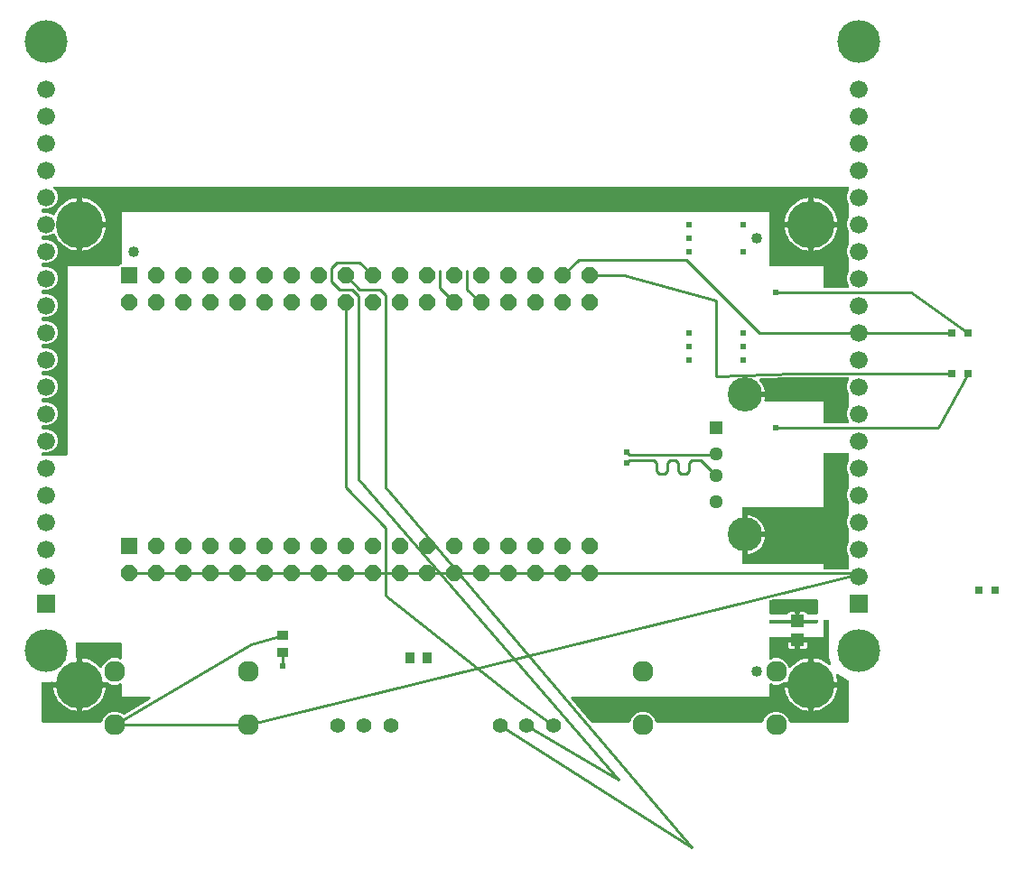
<source format=gbr>
G04 EAGLE Gerber RS-274X export*
G75*
%MOMM*%
%FSLAX34Y34*%
%LPD*%
%INTop Copper*%
%IPPOS*%
%AMOC8*
5,1,8,0,0,1.08239X$1,22.5*%
G01*
%ADD10R,1.524000X1.524000*%
%ADD11P,1.649562X8X22.500000*%
%ADD12R,0.800000X0.800000*%
%ADD13C,1.400000*%
%ADD14C,1.960000*%
%ADD15R,1.031241X0.949959*%
%ADD16C,4.445000*%
%ADD17C,1.016000*%
%ADD18R,1.270000X1.143000*%
%ADD19R,1.288000X1.288000*%
%ADD20C,1.288000*%
%ADD21C,3.220000*%
%ADD22R,1.676400X1.676400*%
%ADD23C,1.676400*%
%ADD24C,4.016000*%
%ADD25R,0.949959X1.031241*%
%ADD26C,0.254000*%
%ADD27C,0.609600*%

G36*
X25400Y252731D02*
X25400Y252731D01*
X25518Y252746D01*
X25637Y252753D01*
X25675Y252766D01*
X25716Y252771D01*
X25826Y252814D01*
X25939Y252851D01*
X25974Y252873D01*
X26011Y252888D01*
X26107Y252958D01*
X26208Y253021D01*
X26236Y253051D01*
X26269Y253074D01*
X26345Y253166D01*
X26426Y253253D01*
X26446Y253288D01*
X26471Y253319D01*
X26522Y253427D01*
X26580Y253531D01*
X26590Y253571D01*
X26607Y253607D01*
X26629Y253724D01*
X26659Y253839D01*
X26663Y253900D01*
X26667Y253920D01*
X26665Y253940D01*
X26669Y254000D01*
X26669Y430531D01*
X73772Y430531D01*
X73870Y430543D01*
X73969Y430546D01*
X74027Y430563D01*
X74087Y430571D01*
X74179Y430607D01*
X74275Y430635D01*
X74327Y430665D01*
X74383Y430688D01*
X74463Y430746D01*
X74549Y430796D01*
X74624Y430862D01*
X74640Y430874D01*
X74648Y430884D01*
X74669Y430903D01*
X75828Y432061D01*
X76200Y432061D01*
X76318Y432076D01*
X76437Y432083D01*
X76475Y432096D01*
X76516Y432101D01*
X76626Y432144D01*
X76739Y432181D01*
X76774Y432203D01*
X76811Y432218D01*
X76907Y432287D01*
X77008Y432351D01*
X77036Y432381D01*
X77069Y432404D01*
X77145Y432496D01*
X77226Y432583D01*
X77246Y432618D01*
X77271Y432649D01*
X77322Y432757D01*
X77380Y432861D01*
X77390Y432901D01*
X77407Y432937D01*
X77429Y433054D01*
X77459Y433169D01*
X77463Y433229D01*
X77467Y433249D01*
X77465Y433270D01*
X77469Y433330D01*
X77469Y481331D01*
X684531Y481331D01*
X684531Y431800D01*
X684546Y431682D01*
X684553Y431563D01*
X684566Y431525D01*
X684571Y431484D01*
X684614Y431374D01*
X684651Y431261D01*
X684673Y431226D01*
X684688Y431189D01*
X684758Y431093D01*
X684821Y430992D01*
X684851Y430964D01*
X684874Y430931D01*
X684966Y430856D01*
X685053Y430774D01*
X685088Y430754D01*
X685119Y430729D01*
X685227Y430678D01*
X685331Y430620D01*
X685371Y430610D01*
X685407Y430593D01*
X685524Y430571D01*
X685639Y430541D01*
X685700Y430537D01*
X685720Y430533D01*
X685740Y430535D01*
X685800Y430531D01*
X735331Y430531D01*
X735331Y411480D01*
X735346Y411362D01*
X735353Y411243D01*
X735366Y411205D01*
X735371Y411164D01*
X735414Y411054D01*
X735451Y410941D01*
X735473Y410906D01*
X735488Y410869D01*
X735558Y410773D01*
X735621Y410672D01*
X735651Y410644D01*
X735674Y410611D01*
X735766Y410535D01*
X735853Y410454D01*
X735888Y410434D01*
X735919Y410409D01*
X736027Y410358D01*
X736131Y410300D01*
X736171Y410290D01*
X736207Y410273D01*
X736324Y410251D01*
X736439Y410221D01*
X736500Y410217D01*
X736520Y410213D01*
X736540Y410215D01*
X736600Y410211D01*
X758190Y410211D01*
X758308Y410226D01*
X758427Y410233D01*
X758465Y410246D01*
X758506Y410251D01*
X758616Y410294D01*
X758729Y410331D01*
X758764Y410353D01*
X758801Y410368D01*
X758897Y410437D01*
X758998Y410501D01*
X759026Y410531D01*
X759059Y410554D01*
X759135Y410646D01*
X759216Y410733D01*
X759236Y410768D01*
X759261Y410799D01*
X759312Y410907D01*
X759370Y411011D01*
X759380Y411051D01*
X759397Y411087D01*
X759419Y411204D01*
X759449Y411319D01*
X759453Y411379D01*
X759457Y411399D01*
X759455Y411420D01*
X759459Y411480D01*
X759459Y412018D01*
X759447Y412116D01*
X759444Y412215D01*
X759427Y412273D01*
X759419Y412333D01*
X759383Y412426D01*
X759355Y412521D01*
X759325Y412573D01*
X759302Y412629D01*
X759244Y412709D01*
X759194Y412795D01*
X759128Y412870D01*
X759116Y412886D01*
X759106Y412894D01*
X759090Y412912D01*
X757427Y416927D01*
X757427Y421273D01*
X759091Y425289D01*
X759148Y425363D01*
X759216Y425435D01*
X759245Y425488D01*
X759282Y425536D01*
X759322Y425627D01*
X759370Y425713D01*
X759385Y425772D01*
X759409Y425828D01*
X759424Y425926D01*
X759449Y426021D01*
X759455Y426121D01*
X759459Y426142D01*
X759457Y426154D01*
X759459Y426182D01*
X759459Y437418D01*
X759447Y437516D01*
X759444Y437615D01*
X759427Y437673D01*
X759419Y437733D01*
X759383Y437826D01*
X759355Y437921D01*
X759325Y437973D01*
X759302Y438029D01*
X759244Y438109D01*
X759194Y438195D01*
X759128Y438270D01*
X759116Y438286D01*
X759106Y438294D01*
X759090Y438312D01*
X757427Y442327D01*
X757427Y446673D01*
X759091Y450689D01*
X759148Y450763D01*
X759216Y450835D01*
X759245Y450888D01*
X759282Y450936D01*
X759322Y451027D01*
X759370Y451113D01*
X759385Y451172D01*
X759409Y451228D01*
X759424Y451326D01*
X759449Y451421D01*
X759455Y451521D01*
X759459Y451542D01*
X759457Y451554D01*
X759459Y451582D01*
X759459Y462818D01*
X759447Y462916D01*
X759444Y463015D01*
X759427Y463073D01*
X759419Y463133D01*
X759383Y463226D01*
X759355Y463321D01*
X759325Y463373D01*
X759302Y463429D01*
X759244Y463509D01*
X759194Y463595D01*
X759128Y463670D01*
X759116Y463686D01*
X759106Y463694D01*
X759090Y463712D01*
X757427Y467727D01*
X757427Y472073D01*
X759091Y476089D01*
X759148Y476163D01*
X759216Y476235D01*
X759245Y476288D01*
X759282Y476336D01*
X759322Y476427D01*
X759370Y476513D01*
X759385Y476572D01*
X759409Y476628D01*
X759424Y476726D01*
X759449Y476821D01*
X759455Y476921D01*
X759459Y476942D01*
X759457Y476954D01*
X759459Y476982D01*
X759459Y488218D01*
X759447Y488316D01*
X759444Y488415D01*
X759427Y488473D01*
X759419Y488533D01*
X759383Y488626D01*
X759355Y488721D01*
X759325Y488773D01*
X759302Y488829D01*
X759244Y488909D01*
X759194Y488995D01*
X759128Y489070D01*
X759116Y489086D01*
X759106Y489094D01*
X759090Y489112D01*
X757427Y493127D01*
X757427Y497473D01*
X759091Y501489D01*
X759148Y501563D01*
X759216Y501635D01*
X759245Y501688D01*
X759282Y501736D01*
X759322Y501827D01*
X759370Y501913D01*
X759385Y501972D01*
X759409Y502028D01*
X759424Y502126D01*
X759449Y502221D01*
X759455Y502321D01*
X759459Y502342D01*
X759457Y502354D01*
X759459Y502382D01*
X759459Y504190D01*
X759444Y504308D01*
X759437Y504427D01*
X759424Y504465D01*
X759419Y504506D01*
X759376Y504616D01*
X759339Y504729D01*
X759317Y504764D01*
X759302Y504801D01*
X759233Y504897D01*
X759169Y504998D01*
X759139Y505026D01*
X759116Y505059D01*
X759024Y505135D01*
X758937Y505216D01*
X758902Y505236D01*
X758871Y505261D01*
X758763Y505312D01*
X758659Y505370D01*
X758619Y505380D01*
X758583Y505397D01*
X758466Y505419D01*
X758351Y505449D01*
X758291Y505453D01*
X758271Y505457D01*
X758250Y505455D01*
X758190Y505459D01*
X14702Y505459D01*
X14565Y505442D01*
X14426Y505429D01*
X14407Y505422D01*
X14386Y505419D01*
X14258Y505368D01*
X14126Y505321D01*
X14110Y505310D01*
X14091Y505302D01*
X13978Y505221D01*
X13863Y505143D01*
X13850Y505127D01*
X13833Y505116D01*
X13745Y505008D01*
X13653Y504904D01*
X13644Y504886D01*
X13631Y504871D01*
X13571Y504745D01*
X13508Y504621D01*
X13504Y504601D01*
X13495Y504583D01*
X13469Y504446D01*
X13439Y504311D01*
X13439Y504290D01*
X13435Y504271D01*
X13444Y504132D01*
X13448Y503993D01*
X13454Y503973D01*
X13455Y503953D01*
X13498Y503821D01*
X13537Y503687D01*
X13547Y503670D01*
X13553Y503651D01*
X13628Y503533D01*
X13698Y503413D01*
X13717Y503392D01*
X13723Y503382D01*
X13738Y503368D01*
X13805Y503293D01*
X15610Y501487D01*
X17273Y497473D01*
X17273Y493127D01*
X15610Y489113D01*
X12537Y486040D01*
X8523Y484377D01*
X4126Y484377D01*
X4095Y484383D01*
X3989Y484412D01*
X3939Y484413D01*
X3890Y484422D01*
X3781Y484415D01*
X3671Y484417D01*
X3623Y484406D01*
X3573Y484403D01*
X3469Y484369D01*
X3362Y484343D01*
X3318Y484320D01*
X3271Y484305D01*
X3178Y484246D01*
X3081Y484194D01*
X3044Y484161D01*
X3002Y484134D01*
X2927Y484054D01*
X2845Y483981D01*
X2818Y483939D01*
X2784Y483903D01*
X2731Y483807D01*
X2671Y483715D01*
X2654Y483668D01*
X2630Y483624D01*
X2603Y483518D01*
X2567Y483414D01*
X2563Y483364D01*
X2551Y483316D01*
X2541Y483156D01*
X2541Y482044D01*
X2547Y481995D01*
X2545Y481945D01*
X2567Y481838D01*
X2581Y481729D01*
X2599Y481682D01*
X2609Y481634D01*
X2657Y481535D01*
X2698Y481433D01*
X2727Y481393D01*
X2749Y481348D01*
X2820Y481264D01*
X2884Y481176D01*
X2923Y481144D01*
X2955Y481106D01*
X3045Y481043D01*
X3129Y480973D01*
X3175Y480952D01*
X3215Y480923D01*
X3318Y480884D01*
X3417Y480837D01*
X3466Y480828D01*
X3513Y480810D01*
X3622Y480798D01*
X3729Y480778D01*
X3779Y480781D01*
X3829Y480775D01*
X3938Y480791D01*
X4047Y480797D01*
X4094Y480813D01*
X4144Y480820D01*
X4152Y480823D01*
X8523Y480823D01*
X12537Y479160D01*
X13009Y478688D01*
X13076Y478636D01*
X13137Y478576D01*
X13201Y478539D01*
X13260Y478493D01*
X13338Y478459D01*
X13412Y478417D01*
X13484Y478396D01*
X13552Y478367D01*
X13636Y478353D01*
X13718Y478330D01*
X13792Y478329D01*
X13866Y478317D01*
X13951Y478325D01*
X14036Y478323D01*
X14109Y478340D01*
X14183Y478347D01*
X14263Y478376D01*
X14346Y478395D01*
X14412Y478429D01*
X14482Y478454D01*
X14552Y478502D01*
X14628Y478542D01*
X14684Y478591D01*
X14745Y478633D01*
X14802Y478697D01*
X14865Y478754D01*
X14906Y478816D01*
X14956Y478871D01*
X14994Y478947D01*
X15042Y479018D01*
X15096Y479146D01*
X15100Y479155D01*
X15101Y479159D01*
X15104Y479167D01*
X15183Y479392D01*
X16390Y481899D01*
X17870Y484254D01*
X19605Y486429D01*
X21571Y488395D01*
X23746Y490130D01*
X26101Y491610D01*
X28608Y492817D01*
X31233Y493735D01*
X33945Y494354D01*
X35561Y494536D01*
X35561Y471170D01*
X35576Y471052D01*
X35583Y470933D01*
X35596Y470895D01*
X35601Y470855D01*
X35644Y470744D01*
X35681Y470631D01*
X35703Y470597D01*
X35718Y470559D01*
X35788Y470463D01*
X35851Y470362D01*
X35881Y470334D01*
X35904Y470302D01*
X35996Y470226D01*
X36083Y470144D01*
X36118Y470125D01*
X36149Y470099D01*
X36257Y470048D01*
X36361Y469991D01*
X36401Y469980D01*
X36437Y469963D01*
X36554Y469941D01*
X36669Y469911D01*
X36730Y469907D01*
X36750Y469903D01*
X36770Y469905D01*
X36830Y469901D01*
X38101Y469901D01*
X38101Y469899D01*
X36830Y469899D01*
X36712Y469884D01*
X36593Y469877D01*
X36555Y469864D01*
X36514Y469859D01*
X36404Y469815D01*
X36291Y469779D01*
X36256Y469757D01*
X36219Y469742D01*
X36123Y469672D01*
X36022Y469609D01*
X35994Y469579D01*
X35961Y469555D01*
X35886Y469464D01*
X35804Y469377D01*
X35784Y469342D01*
X35759Y469310D01*
X35708Y469203D01*
X35650Y469098D01*
X35640Y469059D01*
X35623Y469023D01*
X35601Y468906D01*
X35571Y468791D01*
X35567Y468730D01*
X35563Y468710D01*
X35565Y468690D01*
X35561Y468630D01*
X35561Y445264D01*
X33945Y445446D01*
X31233Y446065D01*
X28608Y446983D01*
X26101Y448190D01*
X23746Y449670D01*
X21571Y451405D01*
X19605Y453371D01*
X17870Y455546D01*
X16390Y457901D01*
X15183Y460408D01*
X15104Y460633D01*
X15066Y460710D01*
X15038Y460790D01*
X14996Y460851D01*
X14963Y460918D01*
X14907Y460983D01*
X14859Y461053D01*
X14803Y461102D01*
X14755Y461159D01*
X14684Y461207D01*
X14621Y461264D01*
X14554Y461297D01*
X14493Y461340D01*
X14413Y461369D01*
X14337Y461408D01*
X14265Y461424D01*
X14195Y461450D01*
X14110Y461459D01*
X14027Y461478D01*
X13953Y461476D01*
X13879Y461483D01*
X13794Y461471D01*
X13709Y461468D01*
X13638Y461447D01*
X13564Y461437D01*
X13486Y461403D01*
X13404Y461380D01*
X13340Y461342D01*
X13271Y461313D01*
X13203Y461261D01*
X13130Y461218D01*
X13026Y461127D01*
X13018Y461121D01*
X13015Y461117D01*
X13009Y461112D01*
X12537Y460640D01*
X8523Y458977D01*
X4126Y458977D01*
X4095Y458983D01*
X3989Y459012D01*
X3939Y459013D01*
X3890Y459022D01*
X3781Y459016D01*
X3671Y459017D01*
X3623Y459006D01*
X3573Y459003D01*
X3469Y458969D01*
X3362Y458943D01*
X3318Y458920D01*
X3271Y458905D01*
X3178Y458846D01*
X3081Y458795D01*
X3044Y458761D01*
X3002Y458734D01*
X2927Y458654D01*
X2846Y458581D01*
X2818Y458539D01*
X2784Y458503D01*
X2731Y458407D01*
X2671Y458315D01*
X2655Y458268D01*
X2630Y458224D01*
X2603Y458118D01*
X2567Y458014D01*
X2563Y457965D01*
X2551Y457916D01*
X2541Y457756D01*
X2541Y456644D01*
X2547Y456595D01*
X2545Y456545D01*
X2567Y456438D01*
X2581Y456329D01*
X2599Y456282D01*
X2609Y456234D01*
X2657Y456135D01*
X2698Y456033D01*
X2727Y455993D01*
X2749Y455948D01*
X2820Y455864D01*
X2884Y455776D01*
X2923Y455744D01*
X2955Y455706D01*
X3045Y455643D01*
X3129Y455573D01*
X3175Y455552D01*
X3215Y455523D01*
X3318Y455484D01*
X3417Y455437D01*
X3466Y455428D01*
X3513Y455410D01*
X3622Y455398D01*
X3729Y455378D01*
X3779Y455381D01*
X3829Y455375D01*
X3938Y455391D01*
X4047Y455397D01*
X4094Y455413D01*
X4144Y455420D01*
X4152Y455423D01*
X8523Y455423D01*
X12537Y453760D01*
X15610Y450687D01*
X17273Y446673D01*
X17273Y442327D01*
X15610Y438313D01*
X12537Y435240D01*
X8523Y433577D01*
X4126Y433577D01*
X4095Y433583D01*
X3989Y433612D01*
X3939Y433613D01*
X3890Y433622D01*
X3781Y433616D01*
X3671Y433617D01*
X3623Y433606D01*
X3573Y433603D01*
X3469Y433569D01*
X3362Y433543D01*
X3318Y433520D01*
X3271Y433505D01*
X3178Y433446D01*
X3081Y433395D01*
X3044Y433361D01*
X3002Y433334D01*
X2927Y433254D01*
X2846Y433181D01*
X2818Y433139D01*
X2784Y433103D01*
X2731Y433007D01*
X2671Y432915D01*
X2655Y432868D01*
X2630Y432824D01*
X2603Y432718D01*
X2567Y432614D01*
X2563Y432565D01*
X2551Y432516D01*
X2541Y432356D01*
X2541Y431244D01*
X2547Y431195D01*
X2545Y431145D01*
X2567Y431038D01*
X2581Y430929D01*
X2599Y430882D01*
X2609Y430834D01*
X2657Y430735D01*
X2698Y430633D01*
X2727Y430593D01*
X2749Y430548D01*
X2820Y430464D01*
X2884Y430376D01*
X2923Y430344D01*
X2955Y430306D01*
X3045Y430243D01*
X3129Y430173D01*
X3175Y430152D01*
X3215Y430123D01*
X3318Y430084D01*
X3417Y430037D01*
X3466Y430028D01*
X3513Y430010D01*
X3622Y429998D01*
X3729Y429978D01*
X3779Y429981D01*
X3829Y429975D01*
X3938Y429991D01*
X4047Y429997D01*
X4094Y430013D01*
X4144Y430020D01*
X4152Y430023D01*
X8523Y430023D01*
X12537Y428360D01*
X15610Y425287D01*
X17273Y421273D01*
X17273Y416927D01*
X15610Y412913D01*
X12537Y409840D01*
X8523Y408177D01*
X4126Y408177D01*
X4095Y408183D01*
X3989Y408212D01*
X3939Y408213D01*
X3890Y408222D01*
X3781Y408216D01*
X3671Y408217D01*
X3623Y408206D01*
X3573Y408203D01*
X3469Y408169D01*
X3362Y408143D01*
X3318Y408120D01*
X3271Y408105D01*
X3178Y408046D01*
X3081Y407995D01*
X3044Y407961D01*
X3002Y407934D01*
X2927Y407854D01*
X2846Y407781D01*
X2818Y407739D01*
X2784Y407703D01*
X2731Y407607D01*
X2671Y407515D01*
X2655Y407468D01*
X2630Y407424D01*
X2603Y407318D01*
X2567Y407214D01*
X2563Y407165D01*
X2551Y407116D01*
X2541Y406956D01*
X2541Y405844D01*
X2547Y405795D01*
X2545Y405745D01*
X2567Y405638D01*
X2581Y405529D01*
X2599Y405482D01*
X2609Y405434D01*
X2657Y405335D01*
X2698Y405233D01*
X2727Y405193D01*
X2749Y405148D01*
X2820Y405064D01*
X2884Y404976D01*
X2923Y404944D01*
X2955Y404906D01*
X3045Y404843D01*
X3129Y404773D01*
X3175Y404752D01*
X3215Y404723D01*
X3318Y404684D01*
X3417Y404637D01*
X3466Y404628D01*
X3513Y404610D01*
X3622Y404598D01*
X3729Y404578D01*
X3779Y404581D01*
X3829Y404575D01*
X3938Y404591D01*
X4047Y404597D01*
X4094Y404613D01*
X4144Y404620D01*
X4152Y404623D01*
X8523Y404623D01*
X12537Y402960D01*
X15610Y399887D01*
X17273Y395873D01*
X17273Y391527D01*
X15610Y387513D01*
X12537Y384440D01*
X8523Y382777D01*
X4126Y382777D01*
X4095Y382783D01*
X3989Y382812D01*
X3939Y382813D01*
X3890Y382822D01*
X3781Y382816D01*
X3671Y382817D01*
X3623Y382806D01*
X3573Y382803D01*
X3469Y382769D01*
X3362Y382743D01*
X3318Y382720D01*
X3271Y382705D01*
X3178Y382646D01*
X3081Y382595D01*
X3044Y382561D01*
X3002Y382534D01*
X2927Y382454D01*
X2846Y382381D01*
X2818Y382339D01*
X2784Y382303D01*
X2731Y382207D01*
X2671Y382115D01*
X2655Y382068D01*
X2630Y382024D01*
X2603Y381918D01*
X2567Y381814D01*
X2563Y381765D01*
X2551Y381716D01*
X2541Y381556D01*
X2541Y380444D01*
X2547Y380395D01*
X2545Y380345D01*
X2567Y380238D01*
X2581Y380129D01*
X2599Y380083D01*
X2609Y380034D01*
X2657Y379935D01*
X2698Y379833D01*
X2727Y379793D01*
X2749Y379748D01*
X2820Y379665D01*
X2884Y379576D01*
X2923Y379544D01*
X2955Y379506D01*
X3045Y379443D01*
X3129Y379373D01*
X3174Y379352D01*
X3215Y379323D01*
X3318Y379284D01*
X3417Y379237D01*
X3466Y379228D01*
X3512Y379211D01*
X3622Y379198D01*
X3729Y379178D01*
X3779Y379181D01*
X3829Y379175D01*
X3937Y379191D01*
X4047Y379197D01*
X4094Y379213D01*
X4143Y379220D01*
X4152Y379223D01*
X8523Y379223D01*
X12537Y377560D01*
X15610Y374487D01*
X17273Y370473D01*
X17273Y366127D01*
X15610Y362113D01*
X12537Y359040D01*
X8523Y357377D01*
X4126Y357377D01*
X4095Y357383D01*
X3989Y357412D01*
X3939Y357413D01*
X3890Y357422D01*
X3781Y357415D01*
X3671Y357417D01*
X3623Y357406D01*
X3573Y357403D01*
X3469Y357369D01*
X3362Y357343D01*
X3318Y357320D01*
X3271Y357305D01*
X3178Y357246D01*
X3081Y357194D01*
X3044Y357161D01*
X3002Y357134D01*
X2927Y357054D01*
X2845Y356981D01*
X2818Y356939D01*
X2784Y356903D01*
X2731Y356807D01*
X2671Y356715D01*
X2654Y356668D01*
X2630Y356624D01*
X2603Y356518D01*
X2567Y356414D01*
X2563Y356364D01*
X2551Y356316D01*
X2541Y356156D01*
X2541Y355044D01*
X2547Y354995D01*
X2545Y354945D01*
X2567Y354838D01*
X2581Y354729D01*
X2599Y354683D01*
X2609Y354634D01*
X2657Y354535D01*
X2698Y354433D01*
X2727Y354393D01*
X2749Y354348D01*
X2820Y354265D01*
X2884Y354176D01*
X2923Y354144D01*
X2955Y354106D01*
X3045Y354043D01*
X3129Y353973D01*
X3174Y353952D01*
X3215Y353923D01*
X3318Y353884D01*
X3417Y353837D01*
X3466Y353828D01*
X3512Y353811D01*
X3622Y353798D01*
X3729Y353778D01*
X3779Y353781D01*
X3829Y353775D01*
X3937Y353791D01*
X4047Y353797D01*
X4094Y353813D01*
X4143Y353820D01*
X4152Y353823D01*
X8523Y353823D01*
X12537Y352160D01*
X15610Y349087D01*
X17273Y345073D01*
X17273Y340727D01*
X15610Y336713D01*
X12537Y333640D01*
X8523Y331977D01*
X4126Y331977D01*
X4095Y331983D01*
X3989Y332012D01*
X3939Y332013D01*
X3890Y332022D01*
X3781Y332015D01*
X3671Y332017D01*
X3623Y332006D01*
X3573Y332003D01*
X3469Y331969D01*
X3362Y331943D01*
X3318Y331920D01*
X3271Y331905D01*
X3178Y331846D01*
X3081Y331794D01*
X3044Y331761D01*
X3002Y331734D01*
X2927Y331654D01*
X2845Y331581D01*
X2818Y331539D01*
X2784Y331503D01*
X2731Y331407D01*
X2671Y331315D01*
X2654Y331268D01*
X2630Y331224D01*
X2603Y331118D01*
X2567Y331014D01*
X2563Y330964D01*
X2551Y330916D01*
X2541Y330756D01*
X2541Y329644D01*
X2547Y329595D01*
X2545Y329545D01*
X2567Y329438D01*
X2581Y329329D01*
X2599Y329283D01*
X2609Y329234D01*
X2657Y329135D01*
X2698Y329033D01*
X2727Y328993D01*
X2749Y328948D01*
X2820Y328865D01*
X2884Y328776D01*
X2923Y328744D01*
X2955Y328706D01*
X3045Y328643D01*
X3129Y328573D01*
X3174Y328552D01*
X3215Y328523D01*
X3318Y328484D01*
X3417Y328437D01*
X3466Y328428D01*
X3512Y328411D01*
X3622Y328398D01*
X3729Y328378D01*
X3779Y328381D01*
X3829Y328375D01*
X3937Y328391D01*
X4047Y328397D01*
X4094Y328413D01*
X4143Y328420D01*
X4152Y328423D01*
X8523Y328423D01*
X12537Y326760D01*
X15610Y323687D01*
X17273Y319673D01*
X17273Y315327D01*
X15610Y311313D01*
X12537Y308240D01*
X8523Y306577D01*
X4126Y306577D01*
X4095Y306583D01*
X3989Y306612D01*
X3939Y306613D01*
X3890Y306622D01*
X3781Y306615D01*
X3671Y306617D01*
X3623Y306606D01*
X3573Y306603D01*
X3469Y306569D01*
X3362Y306543D01*
X3318Y306520D01*
X3271Y306505D01*
X3178Y306446D01*
X3081Y306394D01*
X3044Y306361D01*
X3002Y306334D01*
X2927Y306254D01*
X2845Y306181D01*
X2818Y306139D01*
X2784Y306103D01*
X2731Y306007D01*
X2671Y305915D01*
X2654Y305868D01*
X2630Y305824D01*
X2603Y305718D01*
X2567Y305614D01*
X2563Y305564D01*
X2551Y305516D01*
X2541Y305356D01*
X2541Y304244D01*
X2547Y304195D01*
X2545Y304145D01*
X2567Y304038D01*
X2581Y303929D01*
X2599Y303883D01*
X2609Y303834D01*
X2657Y303735D01*
X2698Y303633D01*
X2727Y303593D01*
X2749Y303548D01*
X2820Y303465D01*
X2884Y303376D01*
X2923Y303344D01*
X2955Y303306D01*
X3045Y303243D01*
X3129Y303173D01*
X3174Y303152D01*
X3215Y303123D01*
X3318Y303084D01*
X3417Y303037D01*
X3466Y303028D01*
X3512Y303011D01*
X3622Y302998D01*
X3729Y302978D01*
X3779Y302981D01*
X3829Y302975D01*
X3937Y302991D01*
X4047Y302997D01*
X4094Y303013D01*
X4143Y303020D01*
X4152Y303023D01*
X8523Y303023D01*
X12537Y301360D01*
X15610Y298287D01*
X17273Y294273D01*
X17273Y289927D01*
X15610Y285913D01*
X12537Y282840D01*
X8523Y281177D01*
X4126Y281177D01*
X4095Y281183D01*
X3989Y281212D01*
X3939Y281213D01*
X3890Y281222D01*
X3781Y281215D01*
X3671Y281217D01*
X3623Y281206D01*
X3573Y281203D01*
X3469Y281169D01*
X3362Y281143D01*
X3318Y281120D01*
X3271Y281105D01*
X3178Y281046D01*
X3081Y280994D01*
X3044Y280961D01*
X3002Y280934D01*
X2927Y280854D01*
X2845Y280781D01*
X2818Y280739D01*
X2784Y280703D01*
X2731Y280607D01*
X2671Y280515D01*
X2654Y280468D01*
X2630Y280424D01*
X2603Y280318D01*
X2567Y280214D01*
X2563Y280164D01*
X2551Y280116D01*
X2541Y279956D01*
X2541Y278844D01*
X2547Y278795D01*
X2545Y278745D01*
X2567Y278638D01*
X2581Y278529D01*
X2599Y278483D01*
X2609Y278434D01*
X2657Y278335D01*
X2698Y278233D01*
X2727Y278193D01*
X2749Y278148D01*
X2820Y278065D01*
X2884Y277976D01*
X2923Y277944D01*
X2955Y277906D01*
X3045Y277843D01*
X3129Y277773D01*
X3174Y277752D01*
X3215Y277723D01*
X3318Y277684D01*
X3417Y277637D01*
X3466Y277628D01*
X3512Y277611D01*
X3622Y277598D01*
X3729Y277578D01*
X3779Y277581D01*
X3829Y277575D01*
X3937Y277591D01*
X4047Y277597D01*
X4094Y277613D01*
X4143Y277620D01*
X4152Y277623D01*
X8523Y277623D01*
X12537Y275960D01*
X15610Y272887D01*
X17273Y268873D01*
X17273Y264527D01*
X15610Y260513D01*
X12537Y257440D01*
X8523Y255777D01*
X4126Y255777D01*
X4095Y255783D01*
X3989Y255812D01*
X3939Y255813D01*
X3890Y255822D01*
X3781Y255815D01*
X3671Y255817D01*
X3623Y255806D01*
X3573Y255803D01*
X3469Y255769D01*
X3362Y255743D01*
X3318Y255720D01*
X3271Y255705D01*
X3178Y255646D01*
X3081Y255594D01*
X3044Y255561D01*
X3002Y255534D01*
X2927Y255454D01*
X2845Y255381D01*
X2818Y255339D01*
X2784Y255303D01*
X2731Y255207D01*
X2671Y255115D01*
X2654Y255068D01*
X2630Y255024D01*
X2603Y254918D01*
X2567Y254814D01*
X2563Y254764D01*
X2551Y254716D01*
X2541Y254556D01*
X2541Y254000D01*
X2556Y253882D01*
X2563Y253763D01*
X2576Y253725D01*
X2581Y253684D01*
X2624Y253574D01*
X2661Y253461D01*
X2683Y253426D01*
X2698Y253389D01*
X2767Y253293D01*
X2831Y253192D01*
X2861Y253164D01*
X2884Y253131D01*
X2976Y253055D01*
X3063Y252974D01*
X3098Y252954D01*
X3129Y252929D01*
X3237Y252878D01*
X3341Y252820D01*
X3381Y252810D01*
X3417Y252793D01*
X3534Y252771D01*
X3649Y252741D01*
X3709Y252737D01*
X3729Y252733D01*
X3750Y252735D01*
X3810Y252731D01*
X25400Y252731D01*
G37*
G36*
X552860Y2544D02*
X552860Y2544D01*
X552890Y2542D01*
X553018Y2564D01*
X553147Y2581D01*
X553174Y2591D01*
X553203Y2596D01*
X553322Y2650D01*
X553442Y2698D01*
X553466Y2715D01*
X553493Y2727D01*
X553595Y2808D01*
X553700Y2884D01*
X553719Y2907D01*
X553742Y2926D01*
X553820Y3029D01*
X553903Y3129D01*
X553915Y3156D01*
X553933Y3180D01*
X554004Y3324D01*
X555688Y7390D01*
X559160Y10862D01*
X563695Y12741D01*
X568605Y12741D01*
X573140Y10862D01*
X576612Y7390D01*
X578296Y3324D01*
X578311Y3299D01*
X578320Y3271D01*
X578389Y3161D01*
X578454Y3048D01*
X578474Y3027D01*
X578490Y3002D01*
X578585Y2913D01*
X578675Y2820D01*
X578700Y2804D01*
X578722Y2784D01*
X578836Y2721D01*
X578946Y2653D01*
X578974Y2645D01*
X579000Y2630D01*
X579126Y2598D01*
X579250Y2560D01*
X579280Y2558D01*
X579308Y2551D01*
X579469Y2541D01*
X677831Y2541D01*
X677860Y2544D01*
X677890Y2542D01*
X678018Y2564D01*
X678147Y2581D01*
X678174Y2591D01*
X678203Y2596D01*
X678322Y2650D01*
X678442Y2698D01*
X678466Y2715D01*
X678493Y2727D01*
X678595Y2808D01*
X678700Y2884D01*
X678719Y2907D01*
X678742Y2926D01*
X678820Y3029D01*
X678903Y3129D01*
X678915Y3156D01*
X678933Y3180D01*
X679004Y3324D01*
X680688Y7390D01*
X684160Y10862D01*
X688695Y12741D01*
X693605Y12741D01*
X698140Y10862D01*
X701612Y7390D01*
X703296Y3324D01*
X703311Y3299D01*
X703320Y3271D01*
X703389Y3161D01*
X703454Y3048D01*
X703474Y3027D01*
X703490Y3002D01*
X703585Y2913D01*
X703675Y2820D01*
X703700Y2804D01*
X703722Y2784D01*
X703836Y2721D01*
X703946Y2653D01*
X703974Y2645D01*
X704000Y2630D01*
X704126Y2598D01*
X704250Y2560D01*
X704280Y2558D01*
X704308Y2551D01*
X704469Y2541D01*
X758190Y2541D01*
X758308Y2556D01*
X758427Y2563D01*
X758465Y2576D01*
X758506Y2581D01*
X758616Y2624D01*
X758729Y2661D01*
X758764Y2683D01*
X758801Y2698D01*
X758897Y2767D01*
X758998Y2831D01*
X759026Y2861D01*
X759059Y2884D01*
X759135Y2976D01*
X759216Y3063D01*
X759236Y3098D01*
X759261Y3129D01*
X759312Y3237D01*
X759370Y3341D01*
X759380Y3381D01*
X759397Y3417D01*
X759419Y3534D01*
X759449Y3649D01*
X759453Y3709D01*
X759457Y3729D01*
X759455Y3750D01*
X759459Y3810D01*
X759459Y41168D01*
X759449Y41247D01*
X759449Y41326D01*
X759429Y41404D01*
X759419Y41484D01*
X759390Y41557D01*
X759371Y41634D01*
X759332Y41705D01*
X759302Y41779D01*
X759256Y41843D01*
X759218Y41913D01*
X759163Y41972D01*
X759116Y42037D01*
X759054Y42087D01*
X759000Y42145D01*
X758933Y42188D01*
X758871Y42239D01*
X758799Y42273D01*
X758732Y42316D01*
X758583Y42375D01*
X758582Y42375D01*
X755507Y43374D01*
X749118Y48016D01*
X749036Y48061D01*
X748959Y48115D01*
X748897Y48137D01*
X748840Y48169D01*
X748749Y48192D01*
X748661Y48225D01*
X748596Y48232D01*
X748532Y48248D01*
X748438Y48248D01*
X748345Y48258D01*
X748280Y48248D01*
X748214Y48248D01*
X748123Y48225D01*
X748030Y48211D01*
X747969Y48186D01*
X747906Y48169D01*
X747823Y48124D01*
X747737Y48088D01*
X747685Y48048D01*
X747627Y48016D01*
X747558Y47952D01*
X747484Y47895D01*
X747443Y47844D01*
X747395Y47799D01*
X747345Y47719D01*
X747286Y47646D01*
X747260Y47586D01*
X747224Y47530D01*
X747195Y47441D01*
X747157Y47355D01*
X747146Y47290D01*
X747126Y47228D01*
X747120Y47134D01*
X747104Y47042D01*
X747110Y46976D01*
X747106Y46911D01*
X747123Y46818D01*
X747131Y46725D01*
X747162Y46616D01*
X747165Y46598D01*
X747169Y46590D01*
X747174Y46570D01*
X747735Y44967D01*
X748354Y42255D01*
X748536Y40639D01*
X726439Y40639D01*
X726439Y62736D01*
X728055Y62554D01*
X730767Y61935D01*
X733392Y61017D01*
X735899Y59810D01*
X738254Y58330D01*
X740413Y56608D01*
X740505Y56552D01*
X740593Y56488D01*
X740641Y56469D01*
X740685Y56442D01*
X740788Y56411D01*
X740888Y56371D01*
X740939Y56364D01*
X740989Y56349D01*
X741097Y56345D01*
X741204Y56331D01*
X741255Y56337D01*
X741306Y56335D01*
X741412Y56357D01*
X741519Y56371D01*
X741567Y56390D01*
X741618Y56400D01*
X741714Y56448D01*
X741815Y56487D01*
X741857Y56518D01*
X741903Y56541D01*
X741985Y56611D01*
X742072Y56674D01*
X742105Y56714D01*
X742144Y56747D01*
X742206Y56836D01*
X742275Y56919D01*
X742297Y56966D01*
X742327Y57008D01*
X742365Y57109D01*
X742411Y57207D01*
X742421Y57257D01*
X742439Y57306D01*
X742451Y57413D01*
X742471Y57519D01*
X742468Y57571D01*
X742473Y57622D01*
X742458Y57729D01*
X742451Y57836D01*
X742431Y57915D01*
X742428Y57937D01*
X742422Y57952D01*
X742411Y57992D01*
X740409Y64155D01*
X740409Y97790D01*
X740394Y97908D01*
X740387Y98027D01*
X740374Y98065D01*
X740369Y98106D01*
X740326Y98216D01*
X740289Y98329D01*
X740267Y98364D01*
X740252Y98401D01*
X740183Y98497D01*
X740119Y98598D01*
X740089Y98626D01*
X740066Y98659D01*
X739974Y98735D01*
X739887Y98816D01*
X739852Y98836D01*
X739821Y98861D01*
X739713Y98912D01*
X739609Y98970D01*
X739569Y98980D01*
X739533Y98997D01*
X739416Y99019D01*
X739301Y99049D01*
X739241Y99053D01*
X739221Y99057D01*
X739200Y99055D01*
X739140Y99059D01*
X736600Y99059D01*
X736482Y99044D01*
X736363Y99037D01*
X736325Y99024D01*
X736284Y99019D01*
X736174Y98976D01*
X736061Y98939D01*
X736026Y98917D01*
X735989Y98902D01*
X735893Y98833D01*
X735792Y98769D01*
X735764Y98739D01*
X735731Y98716D01*
X735655Y98624D01*
X735574Y98537D01*
X735554Y98502D01*
X735529Y98471D01*
X735478Y98363D01*
X735420Y98259D01*
X735410Y98219D01*
X735393Y98183D01*
X735371Y98066D01*
X735341Y97951D01*
X735337Y97891D01*
X735333Y97871D01*
X735335Y97850D01*
X735331Y97790D01*
X735331Y82549D01*
X721360Y82549D01*
X721359Y82549D01*
X712470Y82549D01*
X712352Y82534D01*
X712233Y82527D01*
X712195Y82514D01*
X712155Y82509D01*
X712044Y82465D01*
X711931Y82429D01*
X711896Y82407D01*
X711859Y82392D01*
X711763Y82322D01*
X711662Y82259D01*
X711634Y82229D01*
X711602Y82205D01*
X711526Y82114D01*
X711444Y82027D01*
X711425Y81992D01*
X711399Y81960D01*
X711348Y81853D01*
X711291Y81749D01*
X711280Y81709D01*
X711263Y81673D01*
X711241Y81556D01*
X711211Y81441D01*
X711207Y81380D01*
X711203Y81360D01*
X711205Y81340D01*
X711201Y81280D01*
X711201Y80009D01*
X711199Y80009D01*
X711199Y81280D01*
X711184Y81398D01*
X711177Y81517D01*
X711164Y81555D01*
X711159Y81595D01*
X711115Y81706D01*
X711079Y81819D01*
X711057Y81854D01*
X711042Y81891D01*
X710972Y81987D01*
X710909Y82088D01*
X710879Y82116D01*
X710855Y82148D01*
X710764Y82224D01*
X710677Y82306D01*
X710642Y82325D01*
X710610Y82351D01*
X710503Y82402D01*
X710399Y82459D01*
X710359Y82470D01*
X710323Y82487D01*
X710206Y82509D01*
X710091Y82539D01*
X710030Y82543D01*
X710010Y82547D01*
X709990Y82545D01*
X709930Y82549D01*
X701041Y82549D01*
X701040Y82549D01*
X685800Y82549D01*
X685682Y82534D01*
X685563Y82527D01*
X685525Y82514D01*
X685484Y82509D01*
X685374Y82466D01*
X685261Y82429D01*
X685226Y82407D01*
X685189Y82392D01*
X685093Y82323D01*
X684992Y82259D01*
X684964Y82229D01*
X684931Y82206D01*
X684856Y82114D01*
X684774Y82027D01*
X684754Y81992D01*
X684729Y81961D01*
X684678Y81853D01*
X684620Y81749D01*
X684610Y81709D01*
X684593Y81673D01*
X684571Y81556D01*
X684541Y81441D01*
X684537Y81381D01*
X684533Y81361D01*
X684535Y81340D01*
X684531Y81280D01*
X684531Y62915D01*
X684537Y62866D01*
X684535Y62816D01*
X684557Y62709D01*
X684571Y62600D01*
X684589Y62553D01*
X684599Y62505D01*
X684647Y62406D01*
X684688Y62304D01*
X684717Y62264D01*
X684739Y62219D01*
X684810Y62136D01*
X684874Y62047D01*
X684913Y62015D01*
X684945Y61977D01*
X685035Y61914D01*
X685119Y61844D01*
X685164Y61823D01*
X685205Y61794D01*
X685308Y61755D01*
X685407Y61708D01*
X685456Y61699D01*
X685502Y61681D01*
X685612Y61669D01*
X685720Y61649D01*
X685769Y61652D01*
X685818Y61646D01*
X685927Y61662D01*
X686037Y61668D01*
X686084Y61684D01*
X686133Y61691D01*
X686286Y61743D01*
X688695Y62741D01*
X693605Y62741D01*
X698140Y60862D01*
X701612Y57390D01*
X702838Y54431D01*
X702898Y54326D01*
X702951Y54218D01*
X702976Y54188D01*
X702996Y54154D01*
X703080Y54068D01*
X703158Y53976D01*
X703190Y53954D01*
X703217Y53926D01*
X703320Y53863D01*
X703418Y53794D01*
X703455Y53780D01*
X703488Y53760D01*
X703603Y53724D01*
X703716Y53682D01*
X703755Y53678D01*
X703792Y53666D01*
X703912Y53660D01*
X704032Y53647D01*
X704071Y53653D01*
X704110Y53651D01*
X704228Y53675D01*
X704347Y53692D01*
X704383Y53707D01*
X704421Y53715D01*
X704530Y53768D01*
X704641Y53815D01*
X704672Y53838D01*
X704707Y53855D01*
X704799Y53933D01*
X704895Y54006D01*
X704933Y54048D01*
X704949Y54061D01*
X704961Y54078D01*
X705003Y54125D01*
X705405Y54629D01*
X707371Y56595D01*
X709546Y58330D01*
X711901Y59810D01*
X714408Y61017D01*
X717033Y61935D01*
X719745Y62554D01*
X721361Y62736D01*
X721361Y40639D01*
X699367Y40639D01*
X699269Y40627D01*
X699170Y40624D01*
X699112Y40607D01*
X699052Y40599D01*
X698960Y40563D01*
X698865Y40535D01*
X698812Y40505D01*
X698756Y40482D01*
X698676Y40424D01*
X698591Y40374D01*
X698515Y40307D01*
X698499Y40295D01*
X698491Y40286D01*
X698478Y40275D01*
X698478Y40274D01*
X698470Y40267D01*
X698140Y39938D01*
X693605Y38059D01*
X688695Y38059D01*
X686286Y39057D01*
X686238Y39070D01*
X686193Y39092D01*
X686085Y39112D01*
X685979Y39141D01*
X685929Y39142D01*
X685881Y39151D01*
X685771Y39145D01*
X685661Y39146D01*
X685613Y39135D01*
X685563Y39132D01*
X685459Y39098D01*
X685352Y39072D01*
X685308Y39049D01*
X685261Y39034D01*
X685168Y38975D01*
X685071Y38923D01*
X685034Y38890D01*
X684992Y38863D01*
X684917Y38783D01*
X684835Y38710D01*
X684808Y38668D01*
X684774Y38632D01*
X684721Y38536D01*
X684661Y38444D01*
X684644Y38397D01*
X684620Y38353D01*
X684593Y38247D01*
X684557Y38143D01*
X684553Y38093D01*
X684541Y38045D01*
X684531Y37885D01*
X684531Y26669D01*
X500113Y26669D01*
X500026Y26658D01*
X499938Y26657D01*
X499869Y26638D01*
X499798Y26629D01*
X499716Y26597D01*
X499631Y26574D01*
X499569Y26539D01*
X499502Y26512D01*
X499431Y26461D01*
X499355Y26417D01*
X499303Y26368D01*
X499245Y26326D01*
X499189Y26258D01*
X499126Y26197D01*
X499088Y26136D01*
X499042Y26081D01*
X499005Y26001D01*
X498958Y25926D01*
X498937Y25858D01*
X498907Y25793D01*
X498890Y25707D01*
X498864Y25623D01*
X498860Y25551D01*
X498847Y25481D01*
X498852Y25393D01*
X498848Y25305D01*
X498862Y25235D01*
X498867Y25163D01*
X498894Y25080D01*
X498911Y24993D01*
X498942Y24929D01*
X498965Y24861D01*
X499012Y24786D01*
X499050Y24707D01*
X499128Y24603D01*
X499135Y24592D01*
X499139Y24588D01*
X499146Y24578D01*
X517490Y2988D01*
X517600Y2887D01*
X517710Y2784D01*
X517718Y2780D01*
X517724Y2774D01*
X517857Y2703D01*
X517988Y2630D01*
X517997Y2628D01*
X518005Y2624D01*
X518152Y2588D01*
X518296Y2551D01*
X518308Y2550D01*
X518314Y2549D01*
X518327Y2549D01*
X518457Y2541D01*
X552831Y2541D01*
X552860Y2544D01*
G37*
G36*
X758308Y146326D02*
X758308Y146326D01*
X758427Y146333D01*
X758465Y146346D01*
X758506Y146351D01*
X758616Y146394D01*
X758729Y146431D01*
X758764Y146453D01*
X758801Y146468D01*
X758897Y146537D01*
X758998Y146601D01*
X759026Y146631D01*
X759059Y146654D01*
X759135Y146746D01*
X759216Y146833D01*
X759236Y146868D01*
X759261Y146899D01*
X759312Y147007D01*
X759370Y147111D01*
X759380Y147151D01*
X759397Y147187D01*
X759419Y147304D01*
X759449Y147419D01*
X759453Y147479D01*
X759457Y147499D01*
X759455Y147520D01*
X759459Y147580D01*
X759459Y158018D01*
X759447Y158116D01*
X759444Y158215D01*
X759427Y158273D01*
X759419Y158333D01*
X759383Y158426D01*
X759355Y158521D01*
X759325Y158573D01*
X759302Y158629D01*
X759244Y158709D01*
X759194Y158795D01*
X759128Y158870D01*
X759116Y158886D01*
X759106Y158894D01*
X759090Y158912D01*
X757427Y162927D01*
X757427Y167273D01*
X759091Y171289D01*
X759148Y171363D01*
X759216Y171435D01*
X759245Y171488D01*
X759282Y171536D01*
X759322Y171627D01*
X759370Y171713D01*
X759385Y171772D01*
X759409Y171828D01*
X759424Y171926D01*
X759449Y172021D01*
X759455Y172121D01*
X759459Y172142D01*
X759457Y172154D01*
X759459Y172182D01*
X759459Y183418D01*
X759447Y183516D01*
X759444Y183615D01*
X759427Y183673D01*
X759419Y183733D01*
X759383Y183826D01*
X759355Y183921D01*
X759325Y183973D01*
X759302Y184029D01*
X759244Y184109D01*
X759194Y184195D01*
X759128Y184270D01*
X759116Y184286D01*
X759106Y184294D01*
X759090Y184312D01*
X757427Y188327D01*
X757427Y192673D01*
X759091Y196689D01*
X759148Y196763D01*
X759216Y196835D01*
X759245Y196888D01*
X759282Y196936D01*
X759322Y197027D01*
X759370Y197113D01*
X759385Y197172D01*
X759409Y197228D01*
X759424Y197326D01*
X759449Y197421D01*
X759455Y197521D01*
X759459Y197542D01*
X759457Y197554D01*
X759459Y197582D01*
X759459Y208818D01*
X759447Y208916D01*
X759444Y209015D01*
X759427Y209073D01*
X759419Y209133D01*
X759383Y209226D01*
X759355Y209321D01*
X759325Y209373D01*
X759302Y209429D01*
X759244Y209509D01*
X759194Y209595D01*
X759128Y209670D01*
X759116Y209686D01*
X759106Y209694D01*
X759090Y209712D01*
X757427Y213727D01*
X757427Y218073D01*
X759091Y222089D01*
X759148Y222163D01*
X759216Y222235D01*
X759245Y222288D01*
X759282Y222336D01*
X759322Y222427D01*
X759370Y222513D01*
X759385Y222572D01*
X759409Y222628D01*
X759424Y222726D01*
X759449Y222821D01*
X759455Y222921D01*
X759459Y222942D01*
X759457Y222954D01*
X759459Y222982D01*
X759459Y234218D01*
X759447Y234316D01*
X759444Y234415D01*
X759427Y234473D01*
X759419Y234533D01*
X759383Y234626D01*
X759355Y234721D01*
X759325Y234773D01*
X759302Y234829D01*
X759244Y234909D01*
X759194Y234995D01*
X759128Y235070D01*
X759116Y235086D01*
X759106Y235094D01*
X759090Y235112D01*
X757427Y239127D01*
X757427Y243473D01*
X759091Y247489D01*
X759148Y247563D01*
X759216Y247635D01*
X759245Y247688D01*
X759282Y247736D01*
X759322Y247827D01*
X759370Y247913D01*
X759385Y247972D01*
X759409Y248028D01*
X759424Y248126D01*
X759449Y248221D01*
X759455Y248321D01*
X759459Y248342D01*
X759457Y248354D01*
X759459Y248382D01*
X759459Y254000D01*
X759444Y254118D01*
X759437Y254237D01*
X759424Y254275D01*
X759419Y254316D01*
X759376Y254426D01*
X759339Y254539D01*
X759317Y254574D01*
X759302Y254611D01*
X759233Y254707D01*
X759169Y254808D01*
X759139Y254836D01*
X759116Y254869D01*
X759024Y254945D01*
X758937Y255026D01*
X758902Y255046D01*
X758871Y255071D01*
X758763Y255122D01*
X758659Y255180D01*
X758619Y255190D01*
X758583Y255207D01*
X758466Y255229D01*
X758351Y255259D01*
X758291Y255263D01*
X758271Y255267D01*
X758250Y255265D01*
X758190Y255269D01*
X736600Y255269D01*
X736482Y255254D01*
X736363Y255247D01*
X736325Y255234D01*
X736284Y255229D01*
X736174Y255186D01*
X736061Y255149D01*
X736026Y255127D01*
X735989Y255112D01*
X735893Y255043D01*
X735792Y254979D01*
X735764Y254949D01*
X735731Y254926D01*
X735656Y254834D01*
X735574Y254747D01*
X735554Y254712D01*
X735529Y254681D01*
X735478Y254573D01*
X735420Y254469D01*
X735410Y254429D01*
X735393Y254393D01*
X735371Y254276D01*
X735341Y254161D01*
X735337Y254101D01*
X735333Y254081D01*
X735335Y254060D01*
X735331Y254000D01*
X735331Y204469D01*
X660400Y204469D01*
X660282Y204454D01*
X660163Y204447D01*
X660125Y204434D01*
X660084Y204429D01*
X659974Y204386D01*
X659861Y204349D01*
X659826Y204327D01*
X659789Y204312D01*
X659693Y204243D01*
X659592Y204179D01*
X659564Y204149D01*
X659531Y204126D01*
X659456Y204034D01*
X659374Y203947D01*
X659354Y203912D01*
X659329Y203881D01*
X659278Y203773D01*
X659220Y203669D01*
X659210Y203629D01*
X659193Y203593D01*
X659171Y203476D01*
X659141Y203361D01*
X659137Y203301D01*
X659133Y203281D01*
X659135Y203260D01*
X659131Y203200D01*
X659131Y198558D01*
X659136Y198515D01*
X659134Y198472D01*
X659156Y198358D01*
X659171Y198242D01*
X659186Y198202D01*
X659195Y198160D01*
X659245Y198055D01*
X659288Y197947D01*
X659313Y197912D01*
X659331Y197873D01*
X659406Y197784D01*
X659474Y197689D01*
X659508Y197662D01*
X659535Y197629D01*
X659561Y197611D01*
X659561Y179970D01*
X659576Y179852D01*
X659583Y179733D01*
X659596Y179695D01*
X659601Y179655D01*
X659644Y179544D01*
X659681Y179431D01*
X659703Y179397D01*
X659718Y179359D01*
X659788Y179263D01*
X659851Y179162D01*
X659881Y179134D01*
X659904Y179102D01*
X659996Y179026D01*
X660083Y178944D01*
X660118Y178925D01*
X660149Y178899D01*
X660257Y178848D01*
X660361Y178791D01*
X660401Y178780D01*
X660437Y178763D01*
X660554Y178741D01*
X660669Y178711D01*
X660730Y178707D01*
X660750Y178703D01*
X660770Y178705D01*
X660830Y178701D01*
X662101Y178701D01*
X662101Y178699D01*
X660830Y178699D01*
X660712Y178684D01*
X660593Y178677D01*
X660555Y178664D01*
X660514Y178659D01*
X660404Y178615D01*
X660291Y178579D01*
X660256Y178557D01*
X660219Y178542D01*
X660123Y178472D01*
X660022Y178409D01*
X659994Y178379D01*
X659961Y178355D01*
X659886Y178264D01*
X659804Y178177D01*
X659784Y178142D01*
X659759Y178110D01*
X659708Y178003D01*
X659650Y177898D01*
X659640Y177859D01*
X659623Y177823D01*
X659601Y177706D01*
X659571Y177591D01*
X659567Y177530D01*
X659563Y177510D01*
X659565Y177490D01*
X659561Y177430D01*
X659561Y159788D01*
X659512Y159736D01*
X659427Y159657D01*
X659403Y159620D01*
X659374Y159589D01*
X659318Y159487D01*
X659255Y159389D01*
X659241Y159348D01*
X659220Y159311D01*
X659191Y159198D01*
X659155Y159087D01*
X659152Y159044D01*
X659141Y159003D01*
X659131Y158842D01*
X659131Y152400D01*
X659146Y152282D01*
X659153Y152163D01*
X659166Y152125D01*
X659171Y152084D01*
X659214Y151974D01*
X659251Y151861D01*
X659273Y151826D01*
X659288Y151789D01*
X659358Y151693D01*
X659421Y151592D01*
X659451Y151564D01*
X659474Y151531D01*
X659566Y151456D01*
X659653Y151374D01*
X659688Y151354D01*
X659719Y151329D01*
X659827Y151278D01*
X659931Y151220D01*
X659971Y151210D01*
X660007Y151193D01*
X660124Y151171D01*
X660239Y151141D01*
X660300Y151137D01*
X660320Y151133D01*
X660340Y151135D01*
X660400Y151131D01*
X735331Y151131D01*
X735331Y147580D01*
X735346Y147462D01*
X735353Y147343D01*
X735366Y147305D01*
X735371Y147264D01*
X735414Y147154D01*
X735451Y147041D01*
X735473Y147006D01*
X735488Y146969D01*
X735558Y146873D01*
X735621Y146772D01*
X735651Y146744D01*
X735674Y146711D01*
X735766Y146635D01*
X735853Y146554D01*
X735888Y146534D01*
X735919Y146509D01*
X736027Y146458D01*
X736131Y146400D01*
X736171Y146390D01*
X736207Y146373D01*
X736324Y146351D01*
X736439Y146321D01*
X736500Y146317D01*
X736520Y146313D01*
X736540Y146315D01*
X736600Y146311D01*
X758190Y146311D01*
X758308Y146326D01*
G37*
G36*
X57560Y2544D02*
X57560Y2544D01*
X57590Y2542D01*
X57718Y2564D01*
X57847Y2581D01*
X57874Y2591D01*
X57903Y2596D01*
X58022Y2650D01*
X58142Y2698D01*
X58166Y2715D01*
X58193Y2727D01*
X58295Y2808D01*
X58400Y2884D01*
X58419Y2907D01*
X58442Y2926D01*
X58520Y3029D01*
X58603Y3129D01*
X58615Y3156D01*
X58633Y3180D01*
X58704Y3324D01*
X60388Y7390D01*
X63860Y10862D01*
X68395Y12741D01*
X73305Y12741D01*
X77840Y10862D01*
X78356Y10346D01*
X78449Y10274D01*
X78537Y10196D01*
X78575Y10177D01*
X78608Y10151D01*
X78716Y10104D01*
X78820Y10051D01*
X78861Y10041D01*
X78899Y10025D01*
X79016Y10006D01*
X79131Y9980D01*
X79172Y9982D01*
X79213Y9975D01*
X79331Y9986D01*
X79449Y9989D01*
X79489Y10001D01*
X79530Y10005D01*
X79641Y10045D01*
X79754Y10077D01*
X79810Y10105D01*
X79829Y10112D01*
X79846Y10124D01*
X79898Y10150D01*
X103939Y24306D01*
X104051Y24392D01*
X104164Y24474D01*
X104176Y24489D01*
X104191Y24501D01*
X104277Y24611D01*
X104367Y24719D01*
X104375Y24737D01*
X104387Y24752D01*
X104443Y24880D01*
X104502Y25007D01*
X104506Y25026D01*
X104513Y25043D01*
X104536Y25182D01*
X104562Y25320D01*
X104561Y25338D01*
X104564Y25357D01*
X104551Y25497D01*
X104542Y25637D01*
X104537Y25655D01*
X104535Y25674D01*
X104488Y25806D01*
X104444Y25939D01*
X104434Y25955D01*
X104428Y25973D01*
X104349Y26089D01*
X104274Y26208D01*
X104260Y26221D01*
X104250Y26237D01*
X104145Y26330D01*
X104043Y26426D01*
X104026Y26435D01*
X104012Y26448D01*
X103887Y26512D01*
X103764Y26580D01*
X103746Y26584D01*
X103729Y26593D01*
X103592Y26624D01*
X103456Y26659D01*
X103430Y26661D01*
X103419Y26663D01*
X103399Y26663D01*
X103295Y26669D01*
X77469Y26669D01*
X77469Y37885D01*
X77463Y37934D01*
X77465Y37984D01*
X77443Y38091D01*
X77429Y38200D01*
X77411Y38246D01*
X77401Y38295D01*
X77353Y38394D01*
X77312Y38496D01*
X77283Y38536D01*
X77261Y38581D01*
X77190Y38664D01*
X77126Y38753D01*
X77087Y38785D01*
X77055Y38823D01*
X76965Y38886D01*
X76881Y38956D01*
X76836Y38977D01*
X76795Y39006D01*
X76692Y39045D01*
X76593Y39092D01*
X76544Y39101D01*
X76498Y39119D01*
X76388Y39131D01*
X76281Y39151D01*
X76231Y39148D01*
X76182Y39154D01*
X76073Y39138D01*
X75963Y39132D01*
X75916Y39116D01*
X75867Y39109D01*
X75714Y39057D01*
X73305Y38059D01*
X68395Y38059D01*
X63860Y39938D01*
X63530Y40267D01*
X63452Y40328D01*
X63380Y40396D01*
X63327Y40425D01*
X63279Y40462D01*
X63188Y40502D01*
X63101Y40550D01*
X63043Y40565D01*
X62987Y40589D01*
X62889Y40604D01*
X62793Y40629D01*
X62693Y40635D01*
X62673Y40639D01*
X62661Y40637D01*
X62633Y40639D01*
X40639Y40639D01*
X40639Y62736D01*
X42255Y62554D01*
X44967Y61935D01*
X47592Y61017D01*
X50099Y59810D01*
X52454Y58330D01*
X54629Y56595D01*
X56595Y54629D01*
X56997Y54125D01*
X57084Y54041D01*
X57165Y53952D01*
X57197Y53930D01*
X57225Y53903D01*
X57329Y53843D01*
X57430Y53777D01*
X57467Y53764D01*
X57501Y53745D01*
X57617Y53713D01*
X57731Y53674D01*
X57770Y53671D01*
X57807Y53660D01*
X57928Y53658D01*
X58048Y53648D01*
X58086Y53655D01*
X58125Y53654D01*
X58243Y53682D01*
X58361Y53703D01*
X58397Y53719D01*
X58435Y53728D01*
X58542Y53784D01*
X58651Y53833D01*
X58682Y53858D01*
X58716Y53876D01*
X58806Y53957D01*
X58900Y54032D01*
X58923Y54063D01*
X58952Y54089D01*
X59018Y54190D01*
X59091Y54286D01*
X59116Y54338D01*
X59127Y54354D01*
X59134Y54374D01*
X59162Y54431D01*
X60388Y57390D01*
X63860Y60862D01*
X68395Y62741D01*
X73305Y62741D01*
X75714Y61743D01*
X75762Y61730D01*
X75807Y61708D01*
X75915Y61688D01*
X76021Y61659D01*
X76071Y61658D01*
X76120Y61649D01*
X76229Y61655D01*
X76339Y61654D01*
X76387Y61665D01*
X76437Y61668D01*
X76541Y61702D01*
X76648Y61728D01*
X76692Y61751D01*
X76739Y61766D01*
X76832Y61825D01*
X76929Y61877D01*
X76966Y61910D01*
X77008Y61937D01*
X77083Y62017D01*
X77165Y62090D01*
X77192Y62132D01*
X77226Y62168D01*
X77279Y62264D01*
X77339Y62356D01*
X77356Y62403D01*
X77380Y62447D01*
X77407Y62553D01*
X77443Y62657D01*
X77447Y62707D01*
X77459Y62755D01*
X77469Y62915D01*
X77469Y76200D01*
X77454Y76318D01*
X77447Y76437D01*
X77434Y76475D01*
X77429Y76516D01*
X77386Y76626D01*
X77349Y76739D01*
X77327Y76774D01*
X77312Y76811D01*
X77243Y76907D01*
X77179Y77008D01*
X77149Y77036D01*
X77126Y77069D01*
X77034Y77145D01*
X76947Y77226D01*
X76912Y77246D01*
X76881Y77271D01*
X76773Y77322D01*
X76669Y77380D01*
X76629Y77390D01*
X76593Y77407D01*
X76476Y77429D01*
X76361Y77459D01*
X76301Y77463D01*
X76281Y77467D01*
X76260Y77465D01*
X76200Y77469D01*
X35560Y77469D01*
X35442Y77454D01*
X35323Y77447D01*
X35285Y77434D01*
X35244Y77429D01*
X35134Y77386D01*
X35021Y77349D01*
X34986Y77327D01*
X34949Y77312D01*
X34853Y77243D01*
X34752Y77179D01*
X34724Y77149D01*
X34691Y77126D01*
X34615Y77034D01*
X34534Y76947D01*
X34514Y76912D01*
X34489Y76881D01*
X34438Y76773D01*
X34380Y76669D01*
X34370Y76629D01*
X34353Y76593D01*
X34331Y76476D01*
X34301Y76361D01*
X34297Y76301D01*
X34293Y76281D01*
X34295Y76260D01*
X34291Y76200D01*
X34291Y64014D01*
X34295Y63983D01*
X34292Y63952D01*
X34315Y63825D01*
X34331Y63698D01*
X34342Y63669D01*
X34347Y63638D01*
X34400Y63521D01*
X34448Y63402D01*
X34466Y63377D01*
X34479Y63349D01*
X34559Y63249D01*
X34634Y63145D01*
X34658Y63125D01*
X34678Y63101D01*
X34780Y63024D01*
X34879Y62942D01*
X34908Y62929D01*
X34932Y62910D01*
X35051Y62861D01*
X35167Y62807D01*
X35198Y62801D01*
X35226Y62789D01*
X35354Y62771D01*
X35479Y62747D01*
X35510Y62749D01*
X35541Y62744D01*
X35561Y62745D01*
X35561Y40639D01*
X12960Y40639D01*
X12942Y40654D01*
X12880Y40718D01*
X12820Y40756D01*
X12765Y40801D01*
X12685Y40839D01*
X12609Y40885D01*
X12542Y40906D01*
X12477Y40937D01*
X12390Y40953D01*
X12306Y40980D01*
X12235Y40983D01*
X12165Y40997D01*
X12077Y40991D01*
X11988Y40996D01*
X11919Y40981D01*
X11848Y40977D01*
X11692Y40937D01*
X10775Y40639D01*
X3810Y40639D01*
X3692Y40624D01*
X3573Y40617D01*
X3535Y40604D01*
X3494Y40599D01*
X3384Y40556D01*
X3271Y40519D01*
X3236Y40497D01*
X3199Y40482D01*
X3103Y40413D01*
X3002Y40349D01*
X2974Y40319D01*
X2941Y40296D01*
X2865Y40204D01*
X2784Y40117D01*
X2764Y40082D01*
X2739Y40051D01*
X2688Y39943D01*
X2630Y39839D01*
X2620Y39799D01*
X2603Y39763D01*
X2581Y39646D01*
X2551Y39531D01*
X2547Y39471D01*
X2543Y39451D01*
X2544Y39435D01*
X2543Y39429D01*
X2544Y39420D01*
X2541Y39370D01*
X2541Y3810D01*
X2556Y3692D01*
X2563Y3573D01*
X2576Y3535D01*
X2581Y3494D01*
X2624Y3384D01*
X2661Y3271D01*
X2683Y3236D01*
X2698Y3199D01*
X2767Y3103D01*
X2831Y3002D01*
X2861Y2974D01*
X2884Y2941D01*
X2976Y2865D01*
X3063Y2784D01*
X3098Y2764D01*
X3129Y2739D01*
X3237Y2688D01*
X3341Y2630D01*
X3381Y2620D01*
X3417Y2603D01*
X3534Y2581D01*
X3649Y2551D01*
X3709Y2547D01*
X3729Y2543D01*
X3750Y2545D01*
X3810Y2541D01*
X57531Y2541D01*
X57560Y2544D01*
G37*
G36*
X758308Y283226D02*
X758308Y283226D01*
X758427Y283233D01*
X758465Y283246D01*
X758506Y283251D01*
X758616Y283294D01*
X758729Y283331D01*
X758764Y283353D01*
X758801Y283368D01*
X758897Y283437D01*
X758998Y283501D01*
X759026Y283531D01*
X759059Y283554D01*
X759135Y283646D01*
X759216Y283733D01*
X759236Y283768D01*
X759261Y283799D01*
X759312Y283907D01*
X759370Y284011D01*
X759380Y284051D01*
X759397Y284087D01*
X759419Y284204D01*
X759449Y284319D01*
X759453Y284379D01*
X759457Y284399D01*
X759455Y284420D01*
X759459Y284480D01*
X759459Y285018D01*
X759447Y285116D01*
X759444Y285215D01*
X759427Y285273D01*
X759419Y285333D01*
X759383Y285426D01*
X759355Y285521D01*
X759325Y285573D01*
X759302Y285629D01*
X759244Y285709D01*
X759194Y285795D01*
X759128Y285870D01*
X759116Y285886D01*
X759106Y285894D01*
X759090Y285912D01*
X757427Y289927D01*
X757427Y294273D01*
X759091Y298289D01*
X759148Y298363D01*
X759216Y298435D01*
X759245Y298488D01*
X759282Y298536D01*
X759322Y298627D01*
X759370Y298713D01*
X759385Y298772D01*
X759409Y298828D01*
X759424Y298926D01*
X759449Y299021D01*
X759455Y299121D01*
X759459Y299142D01*
X759457Y299154D01*
X759459Y299182D01*
X759459Y310418D01*
X759447Y310516D01*
X759444Y310615D01*
X759427Y310673D01*
X759419Y310733D01*
X759383Y310826D01*
X759355Y310921D01*
X759325Y310973D01*
X759302Y311029D01*
X759244Y311109D01*
X759194Y311195D01*
X759128Y311270D01*
X759116Y311286D01*
X759106Y311294D01*
X759090Y311312D01*
X757427Y315327D01*
X757427Y319673D01*
X759091Y323689D01*
X759148Y323763D01*
X759216Y323835D01*
X759245Y323888D01*
X759282Y323936D01*
X759322Y324027D01*
X759370Y324113D01*
X759385Y324172D01*
X759409Y324228D01*
X759424Y324326D01*
X759449Y324421D01*
X759455Y324521D01*
X759459Y324542D01*
X759457Y324554D01*
X759459Y324582D01*
X759459Y325120D01*
X759444Y325238D01*
X759437Y325357D01*
X759424Y325395D01*
X759419Y325436D01*
X759376Y325546D01*
X759339Y325659D01*
X759317Y325694D01*
X759302Y325731D01*
X759233Y325827D01*
X759169Y325928D01*
X759139Y325956D01*
X759116Y325989D01*
X759024Y326065D01*
X758937Y326146D01*
X758902Y326166D01*
X758871Y326191D01*
X758763Y326242D01*
X758659Y326300D01*
X758619Y326310D01*
X758583Y326327D01*
X758466Y326349D01*
X758351Y326379D01*
X758291Y326383D01*
X758271Y326387D01*
X758250Y326385D01*
X758190Y326389D01*
X708748Y326389D01*
X708735Y326388D01*
X708704Y326389D01*
X676310Y325272D01*
X676194Y325253D01*
X676078Y325242D01*
X676038Y325228D01*
X675996Y325221D01*
X675889Y325174D01*
X675778Y325134D01*
X675743Y325111D01*
X675705Y325094D01*
X675612Y325022D01*
X675515Y324956D01*
X675487Y324924D01*
X675454Y324898D01*
X675382Y324805D01*
X675305Y324717D01*
X675286Y324680D01*
X675260Y324646D01*
X675213Y324539D01*
X675160Y324434D01*
X675151Y324393D01*
X675134Y324354D01*
X675116Y324238D01*
X675090Y324124D01*
X675092Y324082D01*
X675085Y324040D01*
X675097Y323923D01*
X675100Y323806D01*
X675112Y323765D01*
X675116Y323723D01*
X675156Y323613D01*
X675189Y323500D01*
X675210Y323464D01*
X675224Y323424D01*
X675290Y323328D01*
X675350Y323226D01*
X675392Y323179D01*
X675404Y323162D01*
X675419Y323149D01*
X675456Y323106D01*
X676145Y322417D01*
X677632Y320478D01*
X678854Y318362D01*
X679789Y316105D01*
X680422Y313744D01*
X680567Y312639D01*
X663370Y312639D01*
X663252Y312624D01*
X663133Y312617D01*
X663095Y312604D01*
X663055Y312599D01*
X662944Y312556D01*
X662831Y312519D01*
X662797Y312497D01*
X662759Y312482D01*
X662663Y312412D01*
X662562Y312349D01*
X662534Y312319D01*
X662502Y312295D01*
X662426Y312204D01*
X662344Y312117D01*
X662325Y312082D01*
X662299Y312051D01*
X662248Y311943D01*
X662191Y311839D01*
X662180Y311799D01*
X662163Y311763D01*
X662141Y311646D01*
X662111Y311531D01*
X662107Y311470D01*
X662103Y311450D01*
X662105Y311430D01*
X662101Y311370D01*
X662101Y308830D01*
X662116Y308712D01*
X662123Y308593D01*
X662136Y308555D01*
X662141Y308514D01*
X662185Y308404D01*
X662221Y308291D01*
X662243Y308256D01*
X662258Y308219D01*
X662328Y308123D01*
X662391Y308022D01*
X662421Y307994D01*
X662445Y307961D01*
X662536Y307886D01*
X662623Y307804D01*
X662658Y307784D01*
X662690Y307759D01*
X662797Y307708D01*
X662902Y307650D01*
X662941Y307640D01*
X662977Y307623D01*
X663094Y307601D01*
X663209Y307571D01*
X663270Y307567D01*
X663290Y307563D01*
X663310Y307565D01*
X663370Y307561D01*
X680567Y307561D01*
X680422Y306455D01*
X680066Y305129D01*
X680049Y305004D01*
X680026Y304881D01*
X680028Y304847D01*
X680023Y304813D01*
X680037Y304688D01*
X680045Y304563D01*
X680056Y304531D01*
X680060Y304498D01*
X680105Y304380D01*
X680143Y304261D01*
X680161Y304232D01*
X680173Y304201D01*
X680246Y304098D01*
X680313Y303992D01*
X680338Y303969D01*
X680358Y303941D01*
X680453Y303860D01*
X680545Y303774D01*
X680575Y303758D01*
X680600Y303736D01*
X680714Y303681D01*
X680824Y303620D01*
X680856Y303612D01*
X680887Y303597D01*
X681010Y303572D01*
X681132Y303541D01*
X681180Y303538D01*
X681198Y303534D01*
X681220Y303535D01*
X681292Y303531D01*
X735331Y303531D01*
X735331Y284480D01*
X735346Y284362D01*
X735353Y284243D01*
X735366Y284205D01*
X735371Y284164D01*
X735414Y284054D01*
X735451Y283941D01*
X735473Y283906D01*
X735488Y283869D01*
X735558Y283773D01*
X735621Y283672D01*
X735651Y283644D01*
X735674Y283611D01*
X735766Y283535D01*
X735853Y283454D01*
X735888Y283434D01*
X735919Y283409D01*
X736027Y283358D01*
X736131Y283300D01*
X736171Y283290D01*
X736207Y283273D01*
X736324Y283251D01*
X736439Y283221D01*
X736500Y283217D01*
X736520Y283213D01*
X736540Y283215D01*
X736600Y283211D01*
X758190Y283211D01*
X758308Y283226D01*
G37*
G36*
X701655Y104154D02*
X701655Y104154D01*
X701761Y104158D01*
X701813Y104174D01*
X701866Y104181D01*
X701964Y104219D01*
X702065Y104250D01*
X702112Y104278D01*
X702162Y104298D01*
X702247Y104360D01*
X702338Y104414D01*
X702375Y104453D01*
X702419Y104484D01*
X702486Y104566D01*
X702560Y104641D01*
X702608Y104713D01*
X702622Y104729D01*
X702628Y104744D01*
X702650Y104775D01*
X702817Y105065D01*
X703290Y105538D01*
X703869Y105873D01*
X704516Y106046D01*
X708661Y106046D01*
X708661Y105410D01*
X708676Y105292D01*
X708683Y105173D01*
X708696Y105135D01*
X708701Y105094D01*
X708744Y104984D01*
X708781Y104871D01*
X708803Y104836D01*
X708818Y104799D01*
X708888Y104703D01*
X708951Y104602D01*
X708981Y104574D01*
X709005Y104541D01*
X709096Y104465D01*
X709183Y104384D01*
X709218Y104364D01*
X709249Y104339D01*
X709357Y104288D01*
X709461Y104230D01*
X709501Y104220D01*
X709537Y104203D01*
X709654Y104181D01*
X709769Y104151D01*
X709830Y104147D01*
X709850Y104143D01*
X709870Y104145D01*
X709930Y104141D01*
X712470Y104141D01*
X712588Y104156D01*
X712707Y104163D01*
X712745Y104176D01*
X712785Y104181D01*
X712896Y104224D01*
X713009Y104261D01*
X713044Y104283D01*
X713081Y104298D01*
X713177Y104367D01*
X713278Y104431D01*
X713306Y104461D01*
X713338Y104484D01*
X713414Y104576D01*
X713496Y104663D01*
X713515Y104698D01*
X713541Y104729D01*
X713592Y104837D01*
X713649Y104941D01*
X713660Y104981D01*
X713677Y105017D01*
X713699Y105134D01*
X713729Y105249D01*
X713733Y105309D01*
X713737Y105329D01*
X713735Y105350D01*
X713739Y105410D01*
X713739Y106046D01*
X717884Y106046D01*
X718531Y105873D01*
X719110Y105538D01*
X719583Y105065D01*
X719750Y104775D01*
X719814Y104691D01*
X719871Y104602D01*
X719910Y104565D01*
X719943Y104522D01*
X720025Y104456D01*
X720102Y104384D01*
X720150Y104358D01*
X720192Y104324D01*
X720288Y104281D01*
X720381Y104230D01*
X720433Y104217D01*
X720482Y104195D01*
X720587Y104177D01*
X720689Y104151D01*
X720774Y104146D01*
X720796Y104142D01*
X720811Y104143D01*
X720850Y104141D01*
X728980Y104141D01*
X729098Y104156D01*
X729217Y104163D01*
X729255Y104176D01*
X729296Y104181D01*
X729406Y104224D01*
X729519Y104261D01*
X729554Y104283D01*
X729591Y104298D01*
X729687Y104367D01*
X729788Y104431D01*
X729816Y104461D01*
X729849Y104484D01*
X729925Y104576D01*
X730006Y104663D01*
X730026Y104698D01*
X730051Y104729D01*
X730102Y104837D01*
X730160Y104941D01*
X730170Y104981D01*
X730187Y105017D01*
X730209Y105134D01*
X730239Y105249D01*
X730243Y105309D01*
X730247Y105329D01*
X730245Y105350D01*
X730249Y105410D01*
X730249Y116840D01*
X730234Y116958D01*
X730227Y117077D01*
X730214Y117115D01*
X730209Y117156D01*
X730166Y117266D01*
X730129Y117379D01*
X730107Y117414D01*
X730092Y117451D01*
X730023Y117547D01*
X729959Y117648D01*
X729929Y117676D01*
X729906Y117709D01*
X729814Y117785D01*
X729727Y117866D01*
X729692Y117886D01*
X729661Y117911D01*
X729553Y117962D01*
X729449Y118020D01*
X729409Y118030D01*
X729373Y118047D01*
X729256Y118069D01*
X729141Y118099D01*
X729081Y118103D01*
X729061Y118107D01*
X729040Y118105D01*
X728980Y118109D01*
X689602Y118109D01*
X689529Y118100D01*
X689457Y118101D01*
X689298Y118072D01*
X685496Y117136D01*
X685380Y117091D01*
X685261Y117052D01*
X685232Y117034D01*
X685199Y117021D01*
X685098Y116949D01*
X684992Y116882D01*
X684968Y116857D01*
X684940Y116837D01*
X684860Y116742D01*
X684774Y116650D01*
X684757Y116620D01*
X684735Y116594D01*
X684681Y116481D01*
X684620Y116372D01*
X684612Y116339D01*
X684597Y116308D01*
X684572Y116185D01*
X684541Y116064D01*
X684538Y116014D01*
X684534Y115996D01*
X684535Y115974D01*
X684531Y115903D01*
X684531Y105410D01*
X684546Y105292D01*
X684553Y105173D01*
X684566Y105135D01*
X684571Y105094D01*
X684614Y104984D01*
X684651Y104871D01*
X684673Y104836D01*
X684688Y104799D01*
X684758Y104703D01*
X684821Y104602D01*
X684851Y104574D01*
X684874Y104541D01*
X684966Y104465D01*
X685053Y104384D01*
X685088Y104364D01*
X685119Y104339D01*
X685227Y104288D01*
X685331Y104230D01*
X685370Y104220D01*
X685407Y104203D01*
X685524Y104181D01*
X685639Y104151D01*
X685699Y104147D01*
X685720Y104143D01*
X685740Y104145D01*
X685800Y104141D01*
X701550Y104141D01*
X701655Y104154D01*
G37*
%LPC*%
G36*
X40639Y472439D02*
X40639Y472439D01*
X40639Y494536D01*
X42255Y494354D01*
X44967Y493735D01*
X47592Y492817D01*
X50099Y491610D01*
X52454Y490130D01*
X54629Y488395D01*
X56595Y486429D01*
X58330Y484254D01*
X59810Y481899D01*
X61017Y479392D01*
X61935Y476767D01*
X62554Y474055D01*
X62736Y472439D01*
X40639Y472439D01*
G37*
%LPD*%
%LPC*%
G36*
X726439Y472439D02*
X726439Y472439D01*
X726439Y494536D01*
X728055Y494354D01*
X730767Y493735D01*
X733392Y492817D01*
X735899Y491610D01*
X738254Y490130D01*
X740429Y488395D01*
X742395Y486429D01*
X744130Y484254D01*
X745610Y481899D01*
X746817Y479392D01*
X747735Y476767D01*
X748354Y474055D01*
X748536Y472439D01*
X726439Y472439D01*
G37*
%LPD*%
%LPC*%
G36*
X40639Y35561D02*
X40639Y35561D01*
X62736Y35561D01*
X62554Y33945D01*
X61935Y31233D01*
X61017Y28608D01*
X59810Y26101D01*
X58330Y23746D01*
X56595Y21571D01*
X54629Y19605D01*
X52454Y17870D01*
X50099Y16390D01*
X47592Y15183D01*
X44967Y14265D01*
X42255Y13646D01*
X40639Y13464D01*
X40639Y35561D01*
G37*
%LPD*%
%LPC*%
G36*
X699264Y472439D02*
X699264Y472439D01*
X699446Y474055D01*
X700065Y476767D01*
X700983Y479392D01*
X702190Y481899D01*
X703670Y484254D01*
X705405Y486429D01*
X707371Y488395D01*
X709546Y490130D01*
X711901Y491610D01*
X714408Y492817D01*
X717033Y493735D01*
X719745Y494354D01*
X721361Y494536D01*
X721361Y472439D01*
X699264Y472439D01*
G37*
%LPD*%
%LPC*%
G36*
X726439Y35561D02*
X726439Y35561D01*
X748536Y35561D01*
X748354Y33945D01*
X747735Y31233D01*
X746817Y28608D01*
X745610Y26101D01*
X744130Y23746D01*
X742395Y21571D01*
X740429Y19605D01*
X738254Y17870D01*
X735899Y16390D01*
X733392Y15183D01*
X730767Y14265D01*
X728055Y13646D01*
X726439Y13464D01*
X726439Y35561D01*
G37*
%LPD*%
%LPC*%
G36*
X726439Y467361D02*
X726439Y467361D01*
X748536Y467361D01*
X748354Y465745D01*
X747735Y463033D01*
X746817Y460408D01*
X745610Y457901D01*
X744130Y455546D01*
X742395Y453371D01*
X740429Y451405D01*
X738254Y449670D01*
X735899Y448190D01*
X733392Y446983D01*
X730767Y446065D01*
X728055Y445446D01*
X726439Y445264D01*
X726439Y467361D01*
G37*
%LPD*%
%LPC*%
G36*
X40639Y467361D02*
X40639Y467361D01*
X62736Y467361D01*
X62554Y465745D01*
X61935Y463033D01*
X61017Y460408D01*
X59810Y457901D01*
X58330Y455546D01*
X56595Y453371D01*
X54629Y451405D01*
X52454Y449670D01*
X50099Y448190D01*
X47592Y446983D01*
X44967Y446065D01*
X42255Y445446D01*
X40639Y445264D01*
X40639Y467361D01*
G37*
%LPD*%
%LPC*%
G36*
X719745Y445446D02*
X719745Y445446D01*
X717033Y446065D01*
X714408Y446983D01*
X711901Y448190D01*
X709546Y449670D01*
X707371Y451405D01*
X705405Y453371D01*
X703670Y455546D01*
X702190Y457901D01*
X700983Y460408D01*
X700065Y463033D01*
X699446Y465745D01*
X699264Y467361D01*
X721361Y467361D01*
X721361Y445264D01*
X719745Y445446D01*
G37*
%LPD*%
%LPC*%
G36*
X719745Y13646D02*
X719745Y13646D01*
X717033Y14265D01*
X714408Y15183D01*
X711901Y16390D01*
X709546Y17870D01*
X707371Y19605D01*
X705405Y21571D01*
X703670Y23746D01*
X702190Y26101D01*
X700983Y28608D01*
X700065Y31233D01*
X699446Y33945D01*
X699264Y35561D01*
X721361Y35561D01*
X721361Y13464D01*
X719745Y13646D01*
G37*
%LPD*%
%LPC*%
G36*
X33945Y13646D02*
X33945Y13646D01*
X31233Y14265D01*
X28608Y15183D01*
X26101Y16390D01*
X23746Y17870D01*
X21571Y19605D01*
X19605Y21571D01*
X17870Y23746D01*
X16390Y26101D01*
X15183Y28608D01*
X14265Y31233D01*
X13646Y33945D01*
X13464Y35561D01*
X35561Y35561D01*
X35561Y13464D01*
X33945Y13646D01*
G37*
%LPD*%
%LPC*%
G36*
X664639Y181239D02*
X664639Y181239D01*
X664639Y197167D01*
X665745Y197022D01*
X668105Y196389D01*
X670362Y195454D01*
X672478Y194232D01*
X674417Y192745D01*
X676145Y191017D01*
X677632Y189078D01*
X678854Y186962D01*
X679789Y184705D01*
X680422Y182345D01*
X680567Y181239D01*
X664639Y181239D01*
G37*
%LPD*%
%LPC*%
G36*
X664639Y176161D02*
X664639Y176161D01*
X680567Y176161D01*
X680422Y175055D01*
X679789Y172695D01*
X678854Y170438D01*
X677632Y168322D01*
X676145Y166383D01*
X674417Y164655D01*
X672478Y163168D01*
X670362Y161946D01*
X668105Y161011D01*
X665745Y160378D01*
X664639Y160233D01*
X664639Y176161D01*
G37*
%LPD*%
G36*
X701040Y95251D02*
X701040Y95251D01*
X709930Y95251D01*
X710048Y95266D01*
X710167Y95273D01*
X710205Y95286D01*
X710245Y95291D01*
X710356Y95334D01*
X710469Y95371D01*
X710504Y95393D01*
X710541Y95408D01*
X710637Y95478D01*
X710738Y95541D01*
X710766Y95571D01*
X710798Y95595D01*
X710874Y95686D01*
X710956Y95773D01*
X710975Y95808D01*
X711001Y95839D01*
X711052Y95947D01*
X711109Y96051D01*
X711120Y96091D01*
X711137Y96127D01*
X711159Y96244D01*
X711189Y96359D01*
X711193Y96420D01*
X711197Y96440D01*
X711195Y96460D01*
X711199Y96520D01*
X711199Y97790D01*
X711184Y97908D01*
X711177Y98027D01*
X711164Y98065D01*
X711159Y98106D01*
X711115Y98216D01*
X711079Y98329D01*
X711057Y98364D01*
X711042Y98401D01*
X710972Y98497D01*
X710909Y98598D01*
X710879Y98626D01*
X710855Y98659D01*
X710764Y98735D01*
X710677Y98816D01*
X710642Y98836D01*
X710610Y98861D01*
X710503Y98912D01*
X710399Y98970D01*
X710359Y98980D01*
X710323Y98997D01*
X710206Y99019D01*
X710091Y99049D01*
X710030Y99053D01*
X710010Y99057D01*
X709990Y99055D01*
X709930Y99059D01*
X685800Y99059D01*
X685682Y99044D01*
X685563Y99037D01*
X685525Y99024D01*
X685484Y99019D01*
X685374Y98976D01*
X685261Y98939D01*
X685226Y98917D01*
X685189Y98902D01*
X685093Y98833D01*
X684992Y98769D01*
X684964Y98739D01*
X684931Y98716D01*
X684856Y98624D01*
X684774Y98537D01*
X684754Y98502D01*
X684729Y98471D01*
X684678Y98363D01*
X684620Y98259D01*
X684610Y98219D01*
X684593Y98183D01*
X684571Y98066D01*
X684541Y97951D01*
X684537Y97891D01*
X684533Y97871D01*
X684533Y97870D01*
X684535Y97850D01*
X684531Y97790D01*
X684531Y96520D01*
X684546Y96402D01*
X684553Y96283D01*
X684566Y96245D01*
X684571Y96204D01*
X684614Y96094D01*
X684651Y95981D01*
X684673Y95946D01*
X684688Y95909D01*
X684758Y95813D01*
X684821Y95712D01*
X684851Y95684D01*
X684874Y95651D01*
X684966Y95576D01*
X685053Y95494D01*
X685088Y95474D01*
X685119Y95449D01*
X685227Y95398D01*
X685331Y95340D01*
X685371Y95330D01*
X685407Y95313D01*
X685524Y95291D01*
X685639Y95261D01*
X685700Y95257D01*
X685720Y95253D01*
X685740Y95255D01*
X685800Y95251D01*
X701040Y95251D01*
X701040Y95251D01*
G37*
G36*
X729098Y95266D02*
X729098Y95266D01*
X729217Y95273D01*
X729255Y95286D01*
X729296Y95291D01*
X729406Y95334D01*
X729519Y95371D01*
X729554Y95393D01*
X729591Y95408D01*
X729687Y95478D01*
X729788Y95541D01*
X729816Y95571D01*
X729849Y95594D01*
X729925Y95686D01*
X730006Y95773D01*
X730026Y95808D01*
X730051Y95839D01*
X730102Y95947D01*
X730160Y96051D01*
X730170Y96091D01*
X730187Y96127D01*
X730209Y96244D01*
X730239Y96359D01*
X730243Y96420D01*
X730247Y96440D01*
X730245Y96460D01*
X730249Y96520D01*
X730249Y97790D01*
X730234Y97908D01*
X730227Y98027D01*
X730214Y98065D01*
X730209Y98106D01*
X730166Y98216D01*
X730129Y98329D01*
X730107Y98364D01*
X730092Y98401D01*
X730023Y98497D01*
X729959Y98598D01*
X729929Y98626D01*
X729906Y98659D01*
X729814Y98735D01*
X729727Y98816D01*
X729692Y98836D01*
X729661Y98861D01*
X729553Y98912D01*
X729449Y98970D01*
X729409Y98980D01*
X729373Y98997D01*
X729256Y99019D01*
X729141Y99049D01*
X729081Y99053D01*
X729061Y99057D01*
X729040Y99055D01*
X728980Y99059D01*
X712470Y99059D01*
X712352Y99044D01*
X712233Y99037D01*
X712195Y99024D01*
X712155Y99019D01*
X712044Y98976D01*
X711931Y98939D01*
X711896Y98917D01*
X711859Y98902D01*
X711763Y98833D01*
X711662Y98769D01*
X711634Y98739D01*
X711602Y98716D01*
X711526Y98624D01*
X711444Y98537D01*
X711425Y98502D01*
X711399Y98471D01*
X711348Y98363D01*
X711291Y98259D01*
X711280Y98219D01*
X711263Y98183D01*
X711241Y98066D01*
X711211Y97951D01*
X711207Y97891D01*
X711203Y97871D01*
X711203Y97870D01*
X711205Y97850D01*
X711201Y97790D01*
X711201Y96520D01*
X711216Y96402D01*
X711223Y96283D01*
X711236Y96245D01*
X711241Y96205D01*
X711285Y96094D01*
X711321Y95981D01*
X711343Y95946D01*
X711358Y95909D01*
X711428Y95813D01*
X711491Y95712D01*
X711521Y95684D01*
X711545Y95651D01*
X711636Y95576D01*
X711723Y95494D01*
X711758Y95474D01*
X711790Y95449D01*
X711897Y95398D01*
X712001Y95340D01*
X712041Y95330D01*
X712077Y95313D01*
X712194Y95291D01*
X712309Y95261D01*
X712370Y95257D01*
X712390Y95253D01*
X712410Y95255D01*
X712470Y95251D01*
X721359Y95251D01*
X721360Y95251D01*
X728980Y95251D01*
X729098Y95266D01*
G37*
%LPC*%
G36*
X713739Y71754D02*
X713739Y71754D01*
X713739Y77471D01*
X720091Y77471D01*
X720091Y73961D01*
X719918Y73314D01*
X719583Y72735D01*
X719110Y72262D01*
X718531Y71927D01*
X717884Y71754D01*
X713739Y71754D01*
G37*
%LPD*%
%LPC*%
G36*
X704516Y71754D02*
X704516Y71754D01*
X703869Y71927D01*
X703290Y72262D01*
X702817Y72735D01*
X702482Y73314D01*
X702309Y73961D01*
X702309Y77471D01*
X708661Y77471D01*
X708661Y71754D01*
X704516Y71754D01*
G37*
%LPD*%
%LPC*%
G36*
X38099Y38099D02*
X38099Y38099D01*
X38099Y38101D01*
X38101Y38101D01*
X38101Y38099D01*
X38099Y38099D01*
G37*
%LPD*%
%LPC*%
G36*
X723899Y469899D02*
X723899Y469899D01*
X723899Y469901D01*
X723901Y469901D01*
X723901Y469899D01*
X723899Y469899D01*
G37*
%LPD*%
%LPC*%
G36*
X723899Y38099D02*
X723899Y38099D01*
X723899Y38101D01*
X723901Y38101D01*
X723901Y38099D01*
X723899Y38099D01*
G37*
%LPD*%
D10*
X84500Y421900D03*
D11*
X84500Y396500D03*
X109900Y421900D03*
X109900Y396500D03*
X135300Y421900D03*
X135300Y396500D03*
X160700Y421900D03*
X160700Y396500D03*
X186100Y421900D03*
X186100Y396500D03*
X211500Y421900D03*
X211500Y396500D03*
X236900Y421900D03*
X236900Y396500D03*
X262300Y421900D03*
X262300Y396500D03*
X287700Y421900D03*
X287700Y396500D03*
X313100Y421900D03*
X313100Y396500D03*
X338500Y421900D03*
X338500Y396500D03*
X363900Y421900D03*
X363900Y396500D03*
X389300Y421900D03*
X389300Y396500D03*
X414700Y421900D03*
X414700Y396500D03*
X440100Y421900D03*
X440100Y396500D03*
X465500Y421900D03*
X465500Y396500D03*
X490900Y421900D03*
X490900Y396500D03*
X516300Y421900D03*
X516300Y396500D03*
D10*
X84500Y167900D03*
D11*
X84500Y142500D03*
X109900Y167900D03*
X109900Y142500D03*
X135300Y167900D03*
X135300Y142500D03*
X160700Y167900D03*
X160700Y142500D03*
X186100Y167900D03*
X186100Y142500D03*
X211500Y167900D03*
X211500Y142500D03*
X236900Y167900D03*
X236900Y142500D03*
X262300Y167900D03*
X262300Y142500D03*
X287700Y167900D03*
X287700Y142500D03*
X313100Y167900D03*
X313100Y142500D03*
X338500Y167900D03*
X338500Y142500D03*
X363900Y167900D03*
X363900Y142500D03*
X389300Y167900D03*
X389300Y142500D03*
X414700Y167900D03*
X414700Y142500D03*
X440100Y167900D03*
X440100Y142500D03*
X465500Y167900D03*
X465500Y142500D03*
X490900Y167900D03*
X490900Y142500D03*
X516300Y167900D03*
X516300Y142500D03*
D12*
X856100Y368300D03*
X871100Y368300D03*
D13*
X482200Y0D03*
X457200Y0D03*
X432200Y0D03*
D14*
X70850Y400D03*
X70850Y50400D03*
X195850Y50400D03*
X195850Y400D03*
D12*
X856100Y330200D03*
X871100Y330200D03*
D15*
X228600Y84201D03*
X228600Y68199D03*
D16*
X38100Y469900D03*
X38100Y38100D03*
X723900Y38100D03*
X723900Y469900D03*
D17*
X673100Y457200D03*
X673100Y50800D03*
X88900Y444500D03*
D18*
X711200Y80010D03*
X711200Y97790D03*
D19*
X635000Y279400D03*
D20*
X635000Y254400D03*
X635000Y234400D03*
X635000Y209400D03*
D21*
X662100Y310100D03*
X662100Y178700D03*
D22*
X6350Y114300D03*
D23*
X6350Y139700D03*
X6350Y165100D03*
X6350Y190500D03*
X6350Y215900D03*
X6350Y241300D03*
X6350Y266700D03*
X6350Y292100D03*
X6350Y317500D03*
X6350Y342900D03*
X6350Y368300D03*
X6350Y393700D03*
X6350Y419100D03*
X6350Y444500D03*
X6350Y469900D03*
X6350Y495300D03*
X6350Y520700D03*
X6350Y546100D03*
X6350Y571500D03*
X6350Y596900D03*
D22*
X768350Y114300D03*
D23*
X768350Y139700D03*
X768350Y165100D03*
X768350Y190500D03*
X768350Y215900D03*
X768350Y241300D03*
X768350Y266700D03*
X768350Y292100D03*
X768350Y317500D03*
X768350Y342900D03*
X768350Y368300D03*
X768350Y393700D03*
X768350Y419100D03*
X768350Y444500D03*
X768350Y469900D03*
X768350Y495300D03*
X768350Y520700D03*
X768350Y546100D03*
X768350Y571500D03*
X768350Y596900D03*
D24*
X768350Y69850D03*
X768350Y641350D03*
X6350Y69850D03*
X6350Y641350D03*
D12*
X881500Y127000D03*
X896500Y127000D03*
D13*
X329800Y0D03*
X304800Y0D03*
X279800Y0D03*
D14*
X566150Y400D03*
X566150Y50400D03*
X691150Y50400D03*
X691150Y400D03*
D25*
X347599Y63500D03*
X363601Y63500D03*
D26*
X843280Y279400D02*
X871100Y330200D01*
X843280Y279400D02*
X690880Y279400D01*
D27*
X690880Y279400D03*
D26*
X817880Y406400D02*
X871100Y368300D01*
X817880Y406400D02*
X690880Y406400D01*
D27*
X690880Y406400D03*
X693420Y111760D03*
X721360Y111760D03*
X609600Y469900D03*
X609600Y457200D03*
X609600Y444500D03*
X660400Y444500D03*
X660400Y469900D03*
X609600Y368300D03*
X660400Y368300D03*
X660400Y355600D03*
X660400Y342900D03*
X609600Y355600D03*
X609600Y342900D03*
D26*
X228600Y68199D02*
X228600Y55880D01*
D27*
X228600Y55880D03*
D26*
X287700Y222840D02*
X287700Y396500D01*
X287700Y222840D02*
X325120Y185420D01*
X447040Y25400D02*
X482200Y0D01*
X325120Y121920D02*
X325120Y185420D01*
X325120Y121920D02*
X447040Y25400D01*
X300660Y408940D02*
X287700Y421900D01*
X300660Y408940D02*
X320040Y408940D01*
X325120Y403860D01*
X432200Y0D02*
X612140Y-114300D01*
X325120Y223520D01*
X325120Y403860D01*
X401320Y408940D02*
X401320Y426720D01*
X401320Y408940D02*
X413760Y396500D01*
X414700Y396500D01*
X414020Y395820D01*
X387820Y397980D02*
X375920Y409880D01*
X388620Y397180D02*
X389300Y396500D01*
X375920Y409880D02*
X375920Y426720D01*
X387820Y397980D02*
X388620Y397180D01*
X228600Y84201D02*
X198901Y75800D01*
X70850Y400D01*
X195850Y400D01*
X84500Y142500D02*
X772500Y142500D01*
X195850Y400D01*
X313100Y421900D02*
X300660Y434340D01*
X279400Y434340D01*
X274320Y429260D01*
X274320Y416560D02*
X281940Y408940D01*
X293476Y408940D01*
X274320Y416560D02*
X274320Y429260D01*
X293476Y408940D02*
X299720Y402696D01*
X457200Y0D02*
X543560Y-50800D01*
X299720Y231140D01*
X299720Y402696D01*
X490900Y421900D02*
X505880Y436880D01*
X675640Y368300D02*
X856100Y368300D01*
X607060Y436880D02*
X505880Y436880D01*
X607060Y436880D02*
X675640Y368300D01*
X548380Y421900D02*
X516300Y421900D01*
X548380Y421900D02*
X635000Y398780D01*
X635000Y327660D01*
X708660Y330200D01*
X856100Y330200D01*
D27*
X551180Y256540D03*
D26*
X553720Y254000D01*
X634600Y254000D02*
X635000Y254400D01*
X634600Y254000D02*
X553720Y254000D01*
D27*
X551180Y246380D03*
D26*
X553720Y248920D01*
X620480Y248920D02*
X635000Y234400D01*
X620480Y248920D02*
X612140Y248920D01*
X609600Y246380D01*
X609600Y238760D01*
X607060Y236220D01*
X601980Y236220D01*
X599440Y238760D01*
X599440Y246380D02*
X596900Y248920D01*
X591820Y248920D01*
X589280Y246380D01*
X589280Y238760D01*
X586740Y236220D01*
X581660Y236220D01*
X579120Y238760D01*
X579120Y246380D01*
X576580Y248920D01*
X553720Y248920D01*
X599440Y246380D02*
X599440Y238760D01*
M02*

</source>
